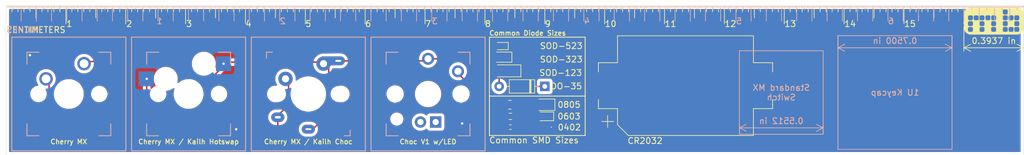
<source format=kicad_pcb>
(kicad_pcb (version 20171130) (host pcbnew "(5.1.10)-1")
  (layers (0 F.Cu signal) (31 B.Cu signal) (34 B.Paste user) (35 F.Paste user) (36 B.SilkS user) (37 F.SilkS user) (38 B.Mask user) (39 F.Mask user) (44 Edge.Cuts user))
  (net 0 "")
  (net 1 "Net-(D1-Pad2)")
  (net 2 "Net-(D1-Pad1)")
  (net 3 "Net-(BT1-Pad1)")
  (net 4 GND)
  (net 5 "Net-(D4-Pad2)")
  (net 6 "Net-(D5-Pad2)")
  (net 7 "Net-(D6-Pad2)")
  (module Battery:BatteryHolder_Keystone_1060_1x2032 (layer F.Cu) (at 126.5 26.35)
    (fp_text reference BT1)
    (fp_text value Battery_Cell)
    (pad 1 smd rect (at -14.65 0 180) (size 2.6 3.6) (layers F.Cu F.Paste F.Mask) (net 3 "Net-(BT1-Pad1)"))
    (pad 2 smd rect (at 14.65 0 180) (size 2.6 3.6) (layers F.Cu F.Paste F.Mask) (net 4 GND))
  )
  (module MX_Only:MXOnly-1U-Hotswap (layer F.Cu) (at 43.5 27.75)
    (fp_text reference SW2)
    (fp_text value SW_PUSH)
    (pad 2 smd rect (at 5.842 -5.08) (size 2.55 2.5) (layers B.Cu B.Paste B.Mask) (net 1 "Net-(D1-Pad2)"))
    (pad 1 smd rect (at -7.085 -2.54) (size 2.55 2.5) (layers B.Cu B.Paste B.Mask) (net 3 "Net-(BT1-Pad1)"))
    (pad "" np_thru_hole circle (at 5.08 0 48.0996) (size 1.75 1.75) (drill 1.75) (layers *.Cu *.Mask))
    (pad "" np_thru_hole circle (at -5.08 0 48.0996) (size 1.75 1.75) (drill 1.75) (layers *.Cu *.Mask))
    (pad "" np_thru_hole circle (at -3.81 -2.54) (size 3 3) (drill 3) (layers *.Cu *.Mask))
    (pad "" np_thru_hole circle (at 0 0) (size 3.9878 3.9878) (drill 3.9878) (layers *.Cu *.Mask))
    (pad "" np_thru_hole circle (at 2.54 -5.08) (size 3 3) (drill 3) (layers *.Cu *.Mask))
  )
  (module Resistor_SMD:R_0805_2012Metric (layer F.Cu) (at 97.15 29.55 180)
    (fp_text reference R3)
    (fp_text value R_Small)
    (pad 2 smd roundrect (at 0.9125 0 180) (size 1.025 1.4) (layers F.Cu F.Paste F.Mask) (roundrect_rratio 0.243902) (net 2 "Net-(D1-Pad1)"))
    (pad 1 smd roundrect (at -0.9125 0 180) (size 1.025 1.4) (layers F.Cu F.Paste F.Mask) (roundrect_rratio 0.243902) (net 7 "Net-(D6-Pad2)"))
  )
  (module Resistor_SMD:R_0603_1608Metric (layer F.Cu) (at 97.25 31.5 180)
    (fp_text reference R2)
    (fp_text value R_Small)
    (pad 2 smd roundrect (at 0.825 0 180) (size 0.8 0.95) (layers F.Cu F.Paste F.Mask) (net 2 "Net-(D1-Pad1)"))
    (pad 1 smd roundrect (at -0.825 0 180) (size 0.8 0.95) (layers F.Cu F.Paste F.Mask) (net 6 "Net-(D5-Pad2)"))
  )
  (module Resistor_SMD:R_0402_1005Metric (layer F.Cu) (at 97.25 33.3 180)
    (fp_text reference R1)
    (fp_text value R_Small)
    (pad 2 smd roundrect (at 0.51 0 180) (size 0.54 0.64) (layers F.Cu F.Paste F.Mask) (net 2 "Net-(D1-Pad1)"))
    (pad 1 smd roundrect (at -0.51 0 180) (size 0.54 0.64) (layers F.Cu F.Paste F.Mask) (net 5 "Net-(D4-Pad2)"))
  )
  (module Diode_SMD:D_SOD-523 (layer F.Cu) (at 95.75 19.725 180)
    (fp_text reference D9)
    (fp_text value DIODE)
    (pad 1 smd rect (at -0.7 0) (size 0.6 0.7) (layers F.Cu F.Paste F.Mask) (net 2 "Net-(D1-Pad1)"))
    (pad 2 smd rect (at 0.7 0) (size 0.6 0.7) (layers F.Cu F.Paste F.Mask) (net 1 "Net-(D1-Pad2)"))
  )
  (module LED_SMD:LED_0805_2012Metric (layer F.Cu) (at 103 29.55 180)
    (fp_text reference D6)
    (fp_text value LED)
    (pad 2 smd roundrect (at 0.9375 0 180) (size 0.975 1.4) (layers F.Cu F.Paste F.Mask) (net 7 "Net-(D6-Pad2)"))
    (pad 1 smd roundrect (at -0.9375 0 180) (size 0.975 1.4) (layers F.Cu F.Paste F.Mask) (net 4 GND))
  )
  (module LED_SMD:LED_0603_1608Metric (layer F.Cu) (at 103 31.5 180)
    (fp_text reference D5)
    (fp_text value LED)
    (pad 2 smd roundrect (at 0.7875 0 180) (size 0.875 0.95) (layers F.Cu F.Paste F.Mask) (net 6 "Net-(D5-Pad2)"))
    (pad 1 smd roundrect (at -0.7875 0 180) (size 0.875 0.95) (layers F.Cu F.Paste F.Mask) (net 4 GND))
  )
  (module LED_SMD:LED_0402_1005Metric (layer F.Cu) (at 103 33.3 180)
    (fp_text reference D4)
    (fp_text value LED)
    (pad 2 smd roundrect (at 0.485 0 180) (size 0.59 0.64) (layers F.Cu F.Paste F.Mask) (net 5 "Net-(D4-Pad2)"))
    (pad 1 smd roundrect (at -0.485 0 180) (size 0.59 0.64) (layers F.Cu F.Paste F.Mask) (net 4 GND))
  )
  (module Diode_THT:D_DO-35_SOD27_P7.62mm_Horizontal (layer F.Cu) (at 103 26.475 180)
    (fp_text reference D3)
    (fp_text value DIODE)
    (pad 2 thru_hole oval (at 7.62 0 180) (size 1.6 1.6) (drill 0.8) (layers *.Cu *.Mask) (net 1 "Net-(D1-Pad2)"))
    (pad 1 thru_hole rect (at 0 0 180) (size 1.6 1.6) (drill 0.8) (layers *.Cu *.Mask) (net 2 "Net-(D1-Pad1)"))
  )
  (module Diode_SMD:D_SOD-323 (layer F.Cu) (at 96 21.575 180)
    (fp_text reference D2)
    (fp_text value DIODE)
    (pad 2 smd rect (at 1.05 0 180) (size 0.6 0.45) (layers F.Cu F.Paste F.Mask) (net 1 "Net-(D1-Pad2)"))
    (pad 1 smd rect (at -1.05 0 180) (size 0.6 0.45) (layers F.Cu F.Paste F.Mask) (net 2 "Net-(D1-Pad1)"))
  )
  (module Diode_SMD:D_SOD-123 (layer F.Cu) (at 96.75 23.875 180)
    (fp_text reference D1)
    (fp_text value DIODE)
    (pad 2 smd rect (at 1.65 0 180) (size 0.9 1.2) (layers F.Cu F.Paste F.Mask) (net 1 "Net-(D1-Pad2)"))
    (pad 1 smd rect (at -1.65 0 180) (size 0.9 1.2) (layers F.Cu F.Paste F.Mask) (net 2 "Net-(D1-Pad1)"))
  )
  (module mechboardslogo:mechboardsLOGO_10mm (layer F.Cu) (at 178 15.5)
    (fp_text reference Ref** hide)
    (fp_text value Val** hide)
  )
  (module Kailh_Choc:KailhChoc-1U (layer F.Cu) (at 83.5 27.75)
    (fp_text reference SW4)
    (fp_text value SW_PUSH)
    (pad 4 thru_hole rect (at 1.27 4.7) (size 1.905 1.905) (drill 1.04) (layers *.Cu B.Mask))
    (pad 3 thru_hole circle (at -1.27 4.7) (size 1.905 1.905) (drill 1.04) (layers *.Cu B.Mask))
    (pad "" np_thru_hole circle (at -5.22 4.2) (size 1.2 1.2) (drill 1.2) (layers *.Cu *.Mask))
    (pad "" np_thru_hole circle (at 5.5 0 48.1) (size 1.9 1.9) (drill 1.9) (layers *.Cu *.Mask))
    (pad "" np_thru_hole circle (at -5.5 0 48.1) (size 1.9 1.9) (drill 1.9) (layers *.Cu *.Mask))
    (pad 1 thru_hole circle (at 5 -3.8) (size 2 2) (drill 1.2) (layers *.Cu B.Mask) (net 3 "Net-(BT1-Pad1)"))
    (pad "" np_thru_hole circle (at 0 0) (size 3.4 3.4) (drill 3.4) (layers *.Cu *.Mask))
    (pad 2 thru_hole circle (at 0 -5.9) (size 2 2) (drill 1.2) (layers *.Cu B.Mask) (net 1 "Net-(D1-Pad2)"))
  )
  (module kbd:CherryMX_ChocV2_1u (layer F.Cu) (at 63.5 27.75)
    (fp_text reference SW3 hide)
    (fp_text value SW_PUSH hide)
    (pad 2 thru_hole circle (at 2.54 -5.08) (size 2.4 2.4) (drill 1.2) (layers *.Cu B.Mask) (net 1 "Net-(D1-Pad2)"))
    (pad 2 thru_hole oval (at 5 -5.55 0.5) (size 4.4 1.5) (drill oval 1 0.3 (offset -1.1 0)) (layers *.Cu B.Mask) (net 1 "Net-(D1-Pad2)"))
    (pad 1 thru_hole oval (at -5.1 3.9) (size 2.2 1.6) (drill oval 1 0.4) (layers *.Cu B.Mask) (net 3 "Net-(BT1-Pad1)"))
    (pad "" np_thru_hole circle (at 0 0 90) (size 4.9 4.9) (drill 4.9) (layers *.Cu *.Mask))
    (pad "" np_thru_hole circle (at -5.5 0 90) (size 1.8 1.8) (drill 1.8) (layers *.Cu *.Mask))
    (pad "" np_thru_hole circle (at 5.5 0 90) (size 1.8 1.8) (drill 1.8) (layers *.Cu *.Mask))
    (pad 2 thru_hole oval (at 0 5.9) (size 2.2 1.5) (drill oval 1 0.3) (layers *.Cu B.Mask) (net 1 "Net-(D1-Pad2)"))
    (pad 1 thru_hole circle (at -3.81 -2.54) (size 2.4 2.4) (drill 1.2) (layers *.Cu B.Mask) (net 3 "Net-(BT1-Pad1)"))
    (pad "" np_thru_hole circle (at 5.08 0) (size 1.7 1.7) (drill 1.7) (layers *.Cu *.Mask))
    (pad "" np_thru_hole circle (at -5.08 0) (size 1.7 1.7) (drill 1.7) (layers *.Cu *.Mask))
  )
  (module MX_Only:MXOnly-1U-NoLED (layer F.Cu) (at 23.5 27.75)
    (fp_text reference SW1)
    (fp_text value SW_PUSH)
    (pad 2 thru_hole circle (at 2.54 -5.08) (size 2.25 2.25) (drill 1.47) (layers *.Cu B.Mask) (net 1 "Net-(D1-Pad2)"))
    (pad "" np_thru_hole circle (at 0 0) (size 3.9878 3.9878) (drill 3.9878) (layers *.Cu *.Mask))
    (pad 1 thru_hole circle (at -3.81 -2.54) (size 2.25 2.25) (drill 1.47) (layers *.Cu B.Mask) (net 3 "Net-(BT1-Pad1)"))
    (pad "" np_thru_hole circle (at -5.08 0 48.0996) (size 1.75 1.75) (drill 1.75) (layers *.Cu *.Mask))
    (pad "" np_thru_hole circle (at 5.08 0 48.0996) (size 1.75 1.75) (drill 1.75) (layers *.Cu *.Mask))
  )
  (gr_line (start 181.148 13) (end 181.148 13.254) (layer B.SilkS) (width 0.12))
  (gr_line (start 180.894 13) (end 180.894 13.254) (layer B.SilkS) (width 0.12))
  (gr_line (start 182.164 13) (end 182.164 13.254) (layer B.SilkS) (width 0.12))
  (gr_line (start 182.418 13) (end 182.418 13.254) (layer B.SilkS) (width 0.12))
  (gr_line (start 181.402 13) (end 181.402 13.254) (layer B.SilkS) (width 0.12))
  (gr_line (start 182.672 13) (end 182.672 13.254) (layer B.SilkS) (width 0.12))
  (gr_line (start 182.926 13) (end 182.926 13.254) (layer B.SilkS) (width 0.12))
  (gr_line (start 181.91 13) (end 181.91 13.635) (layer B.SilkS) (width 0.12))
  (gr_line (start 181.656 13) (end 181.656 13.254) (layer B.SilkS) (width 0.12))
  (gr_line (start 180.64 15.54) (end 180.64 13) (layer B.SilkS) (width 0.12))
  (gr_line (start 178.608 13) (end 178.608 13.254) (layer B.SilkS) (width 0.12))
  (gr_line (start 178.354 13) (end 178.354 13.254) (layer B.SilkS) (width 0.12))
  (gr_line (start 179.624 13) (end 179.624 13.254) (layer B.SilkS) (width 0.12))
  (gr_line (start 179.878 13) (end 179.878 13.254) (layer B.SilkS) (width 0.12))
  (gr_line (start 178.862 13) (end 178.862 13.254) (layer B.SilkS) (width 0.12))
  (gr_line (start 180.132 13) (end 180.132 13.254) (layer B.SilkS) (width 0.12))
  (gr_line (start 180.386 13) (end 180.386 13.254) (layer B.SilkS) (width 0.12))
  (gr_line (start 179.37 13) (end 179.37 13.635) (layer B.SilkS) (width 0.12))
  (gr_line (start 179.116 13) (end 179.116 13.254) (layer B.SilkS) (width 0.12))
  (gr_line (start 178.1 15.54) (end 178.1 13) (layer B.SilkS) (width 0.12))
  (gr_line (start 176.068 13) (end 176.068 13.254) (layer B.SilkS) (width 0.12))
  (gr_line (start 175.814 13) (end 175.814 13.254) (layer B.SilkS) (width 0.12))
  (gr_line (start 177.084 13) (end 177.084 13.254) (layer B.SilkS) (width 0.12))
  (gr_line (start 177.338 13) (end 177.338 13.254) (layer B.SilkS) (width 0.12))
  (gr_line (start 176.322 13) (end 176.322 13.254) (layer B.SilkS) (width 0.12))
  (gr_line (start 177.592 13) (end 177.592 13.254) (layer B.SilkS) (width 0.12))
  (gr_line (start 177.846 13) (end 177.846 13.254) (layer B.SilkS) (width 0.12))
  (gr_line (start 176.83 13) (end 176.83 13.635) (layer B.SilkS) (width 0.12))
  (gr_line (start 176.576 13) (end 176.576 13.254) (layer B.SilkS) (width 0.12))
  (gr_line (start 175.56 15.54) (end 175.56 13) (layer B.SilkS) (width 0.12))
  (gr_line (start 175.306 13) (end 175.306 13.254) (layer B.SilkS) (width 0.12))
  (gr_line (start 174.29 13) (end 174.29 13.635) (layer B.SilkS) (width 0.12))
  (gr_line (start 174.544 13) (end 174.544 13.254) (layer B.SilkS) (width 0.12))
  (gr_line (start 174.036 13) (end 174.036 13.254) (layer B.SilkS) (width 0.12))
  (gr_line (start 173.528 13) (end 173.528 13.254) (layer B.SilkS) (width 0.12))
  (gr_line (start 174.798 13) (end 174.798 13.254) (layer B.SilkS) (width 0.12))
  (gr_line (start 173.782 13) (end 173.782 13.254) (layer B.SilkS) (width 0.12))
  (gr_line (start 175.052 13) (end 175.052 13.254) (layer B.SilkS) (width 0.12))
  (gr_line (start 173.274 13) (end 173.274 13.254) (layer B.SilkS) (width 0.12))
  (gr_line (start 173.02 15.54) (end 173.02 13) (layer B.SilkS) (width 0.12))
  (gr_line (start 165.4 13) (end 165.4 15.54) (layer B.SilkS) (width 0.12))
  (gr_line (start 167.94 13) (end 167.94 15.54) (layer B.SilkS) (width 0.12))
  (gr_line (start 170.48 13) (end 170.48 15.54) (layer B.SilkS) (width 0.12))
  (gr_line (start 171.75 13.635) (end 171.75 13) (layer B.SilkS) (width 0.12))
  (gr_line (start 172.004 13.254) (end 172.004 13) (layer B.SilkS) (width 0.12))
  (gr_line (start 165.654 13.254) (end 165.654 13) (layer B.SilkS) (width 0.12))
  (gr_line (start 170.988 13) (end 170.988 13.254) (layer B.SilkS) (width 0.12))
  (gr_line (start 171.496 13.254) (end 171.496 13) (layer B.SilkS) (width 0.12))
  (gr_line (start 172.258 13.254) (end 172.258 13) (layer B.SilkS) (width 0.12))
  (gr_line (start 166.67 13.635) (end 166.67 13) (layer B.SilkS) (width 0.12))
  (gr_line (start 172.512 13.254) (end 172.512 13) (layer B.SilkS) (width 0.12))
  (gr_line (start 170.226 13.254) (end 170.226 13) (layer B.SilkS) (width 0.12))
  (gr_line (start 168.448 13.254) (end 168.448 13) (layer B.SilkS) (width 0.12))
  (gr_line (start 169.718 13.254) (end 169.718 13) (layer B.SilkS) (width 0.12))
  (gr_line (start 168.702 13.254) (end 168.702 13) (layer B.SilkS) (width 0.12))
  (gr_line (start 169.972 13.254) (end 169.972 13) (layer B.SilkS) (width 0.12))
  (gr_line (start 163.876 13.254) (end 163.876 13) (layer B.SilkS) (width 0.12))
  (gr_line (start 171.242 13.254) (end 171.242 13) (layer B.SilkS) (width 0.12))
  (gr_line (start 170.734 13.254) (end 170.734 13) (layer B.SilkS) (width 0.12))
  (gr_line (start 169.464 13.254) (end 169.464 13) (layer B.SilkS) (width 0.12))
  (gr_line (start 168.956 13.254) (end 168.956 13) (layer B.SilkS) (width 0.12))
  (gr_line (start 169.21 13.635) (end 169.21 13) (layer B.SilkS) (width 0.12))
  (gr_line (start 164.13 13.635) (end 164.13 13) (layer B.SilkS) (width 0.12))
  (gr_line (start 168.194 13.254) (end 168.194 13) (layer B.SilkS) (width 0.12))
  (gr_line (start 163.622 13.254) (end 163.622 13) (layer B.SilkS) (width 0.12))
  (gr_line (start 164.638 13.254) (end 164.638 13) (layer B.SilkS) (width 0.12))
  (gr_line (start 167.432 13.254) (end 167.432 13) (layer B.SilkS) (width 0.12))
  (gr_line (start 167.686 13.254) (end 167.686 13) (layer B.SilkS) (width 0.12))
  (gr_line (start 164.892 13.254) (end 164.892 13) (layer B.SilkS) (width 0.12))
  (gr_line (start 165.908 13.254) (end 165.908 13) (layer B.SilkS) (width 0.12))
  (gr_line (start 167.178 13.254) (end 167.178 13) (layer B.SilkS) (width 0.12))
  (gr_line (start 164.384 13.254) (end 164.384 13) (layer B.SilkS) (width 0.12))
  (gr_line (start 166.924 13.254) (end 166.924 13) (layer B.SilkS) (width 0.12))
  (gr_line (start 165.146 13.254) (end 165.146 13) (layer B.SilkS) (width 0.12))
  (gr_line (start 166.162 13) (end 166.162 13.254) (layer B.SilkS) (width 0.12))
  (gr_line (start 166.416 13.254) (end 166.416 13) (layer B.SilkS) (width 0.12))
  (gr_line (start 172.766 13.254) (end 172.766 13) (layer B.SilkS) (width 0.12))
  (gr_line (start 162.86 13) (end 162.86 15.54) (layer B.SilkS) (width 0.12))
  (gr_line (start 162.352 13.254) (end 162.352 13) (layer B.SilkS) (width 0.12))
  (gr_line (start 163.114 13.254) (end 163.114 13) (layer B.SilkS) (width 0.12))
  (gr_line (start 163.368 13.254) (end 163.368 13) (layer B.SilkS) (width 0.12))
  (gr_line (start 162.606 13.254) (end 162.606 13) (layer B.SilkS) (width 0.12))
  (gr_text 6 (at 160.828 15.54) (layer B.SilkS) (effects (font (size 1 1)) (justify mirror)))
  (gr_text 5 (at 135.428 15.54) (layer B.SilkS) (effects (font (size 1 1)) (justify mirror)))
  (gr_text 4 (at 110.028 15.54) (layer B.SilkS) (effects (font (size 1 1)) (justify mirror)))
  (gr_text 3 (at 84.628 15.54) (layer B.SilkS) (effects (font (size 1 1)) (justify mirror)))
  (gr_text 2 (at 59.228 15.54) (layer B.SilkS) (effects (font (size 1 1)) (justify mirror)))
  (gr_text INCHES (at 13 17.0132) (layer B.SilkS) (effects (font (size 1 1)) (justify right mirror)))
  (gr_text 1 (at 38.654 15.54) (layer B.SilkS) (effects (font (size 1 1)) (justify mirror)))
  (gr_line (start 142.286 13.254) (end 142.286 13) (layer B.SilkS) (width 0.12))
  (gr_line (start 145.842 13.254) (end 145.842 13) (layer B.SilkS) (width 0.12))
  (gr_line (start 141.016 13.254) (end 141.016 13) (layer B.SilkS) (width 0.12))
  (gr_line (start 145.588 13.254) (end 145.588 13) (layer B.SilkS) (width 0.12))
  (gr_line (start 151.938 13.254) (end 151.938 13) (layer B.SilkS) (width 0.12))
  (gr_line (start 147.874 13.254) (end 147.874 13) (layer B.SilkS) (width 0.12))
  (gr_line (start 141.524 13.254) (end 141.524 13) (layer B.SilkS) (width 0.12))
  (gr_line (start 149.398 13.254) (end 149.398 13) (layer B.SilkS) (width 0.12))
  (gr_line (start 146.35 13.635) (end 146.35 13) (layer B.SilkS) (width 0.12))
  (gr_line (start 144.318 13.254) (end 144.318 13) (layer B.SilkS) (width 0.12))
  (gr_line (start 143.048 13) (end 143.048 13.254) (layer B.SilkS) (width 0.12))
  (gr_line (start 141.778 13.254) (end 141.778 13) (layer B.SilkS) (width 0.12))
  (gr_line (start 145.334 13.254) (end 145.334 13) (layer B.SilkS) (width 0.12))
  (gr_line (start 146.096 13.254) (end 146.096 13) (layer B.SilkS) (width 0.12))
  (gr_line (start 147.112 13.254) (end 147.112 13) (layer B.SilkS) (width 0.12))
  (gr_line (start 142.794 13.254) (end 142.794 13) (layer B.SilkS) (width 0.12))
  (gr_line (start 140.508 13.254) (end 140.508 13) (layer B.SilkS) (width 0.12))
  (gr_line (start 144.826 13.254) (end 144.826 13) (layer B.SilkS) (width 0.12))
  (gr_line (start 147.366 13.254) (end 147.366 13) (layer B.SilkS) (width 0.12))
  (gr_line (start 141.27 13.635) (end 141.27 13) (layer B.SilkS) (width 0.12))
  (gr_line (start 146.858 13.254) (end 146.858 13) (layer B.SilkS) (width 0.12))
  (gr_line (start 144.064 13.254) (end 144.064 13) (layer B.SilkS) (width 0.12))
  (gr_line (start 140.762 13.254) (end 140.762 13) (layer B.SilkS) (width 0.12))
  (gr_line (start 144.572 13.254) (end 144.572 13) (layer B.SilkS) (width 0.12))
  (gr_line (start 146.604 13.254) (end 146.604 13) (layer B.SilkS) (width 0.12))
  (gr_line (start 143.556 13.254) (end 143.556 13) (layer B.SilkS) (width 0.12))
  (gr_line (start 143.302 13.254) (end 143.302 13) (layer B.SilkS) (width 0.12))
  (gr_line (start 142.032 13.254) (end 142.032 13) (layer B.SilkS) (width 0.12))
  (gr_line (start 153.716 13.254) (end 153.716 13) (layer B.SilkS) (width 0.12))
  (gr_line (start 153.462 13.254) (end 153.462 13) (layer B.SilkS) (width 0.12))
  (gr_line (start 153.97 13.635) (end 153.97 13) (layer B.SilkS) (width 0.12))
  (gr_line (start 156.256 13.254) (end 156.256 13) (layer B.SilkS) (width 0.12))
  (gr_line (start 159.05 13.635) (end 159.05 13) (layer B.SilkS) (width 0.12))
  (gr_line (start 156.764 13.254) (end 156.764 13) (layer B.SilkS) (width 0.12))
  (gr_line (start 154.732 13.254) (end 154.732 13) (layer B.SilkS) (width 0.12))
  (gr_line (start 159.304 13.254) (end 159.304 13) (layer B.SilkS) (width 0.12))
  (gr_line (start 158.288 13.254) (end 158.288 13) (layer B.SilkS) (width 0.12))
  (gr_line (start 157.018 13.254) (end 157.018 13) (layer B.SilkS) (width 0.12))
  (gr_line (start 151.176 13.254) (end 151.176 13) (layer B.SilkS) (width 0.12))
  (gr_line (start 148.89 13.635) (end 148.89 13) (layer B.SilkS) (width 0.12))
  (gr_line (start 154.478 13.254) (end 154.478 13) (layer B.SilkS) (width 0.12))
  (gr_line (start 149.906 13.254) (end 149.906 13) (layer B.SilkS) (width 0.12))
  (gr_line (start 150.922 13) (end 150.922 13.254) (layer B.SilkS) (width 0.12))
  (gr_line (start 158.034 13.254) (end 158.034 13) (layer B.SilkS) (width 0.12))
  (gr_line (start 155.748 13) (end 155.748 13.254) (layer B.SilkS) (width 0.12))
  (gr_line (start 162.098 13.254) (end 162.098 13) (layer B.SilkS) (width 0.12))
  (gr_line (start 157.272 13.254) (end 157.272 13) (layer B.SilkS) (width 0.12))
  (gr_line (start 159.812 13.254) (end 159.812 13) (layer B.SilkS) (width 0.12))
  (gr_line (start 159.558 13.254) (end 159.558 13) (layer B.SilkS) (width 0.12))
  (gr_line (start 152.446 13.254) (end 152.446 13) (layer B.SilkS) (width 0.12))
  (gr_line (start 152.954 13.254) (end 152.954 13) (layer B.SilkS) (width 0.12))
  (gr_line (start 149.144 13.254) (end 149.144 13) (layer B.SilkS) (width 0.12))
  (gr_line (start 148.636 13.254) (end 148.636 13) (layer B.SilkS) (width 0.12))
  (gr_line (start 151.43 13.635) (end 151.43 13) (layer B.SilkS) (width 0.12))
  (gr_line (start 160.066 13.254) (end 160.066 13) (layer B.SilkS) (width 0.12))
  (gr_line (start 154.224 13.254) (end 154.224 13) (layer B.SilkS) (width 0.12))
  (gr_line (start 158.542 13.254) (end 158.542 13) (layer B.SilkS) (width 0.12))
  (gr_line (start 156.51 13.635) (end 156.51 13) (layer B.SilkS) (width 0.12))
  (gr_line (start 158.796 13.254) (end 158.796 13) (layer B.SilkS) (width 0.12))
  (gr_line (start 149.652 13.254) (end 149.652 13) (layer B.SilkS) (width 0.12))
  (gr_line (start 150.668 13.254) (end 150.668 13) (layer B.SilkS) (width 0.12))
  (gr_line (start 153.208 13.254) (end 153.208 13) (layer B.SilkS) (width 0.12))
  (gr_line (start 156.002 13.254) (end 156.002 13) (layer B.SilkS) (width 0.12))
  (gr_line (start 151.684 13.254) (end 151.684 13) (layer B.SilkS) (width 0.12))
  (gr_line (start 148.128 13.254) (end 148.128 13) (layer B.SilkS) (width 0.12))
  (gr_line (start 152.192 13.254) (end 152.192 13) (layer B.SilkS) (width 0.12))
  (gr_line (start 148.382 13.254) (end 148.382 13) (layer B.SilkS) (width 0.12))
  (gr_line (start 150.414 13.254) (end 150.414 13) (layer B.SilkS) (width 0.12))
  (gr_line (start 157.526 13.254) (end 157.526 13) (layer B.SilkS) (width 0.12))
  (gr_line (start 154.986 13.254) (end 154.986 13) (layer B.SilkS) (width 0.12))
  (gr_line (start 155.494 13.254) (end 155.494 13) (layer B.SilkS) (width 0.12))
  (gr_line (start 143.81 13.635) (end 143.81 13) (layer B.SilkS) (width 0.12))
  (gr_line (start 139.746 13.254) (end 139.746 13) (layer B.SilkS) (width 0.12))
  (gr_line (start 135.682 13.254) (end 135.682 13) (layer B.SilkS) (width 0.12))
  (gr_line (start 135.936 13.254) (end 135.936 13) (layer B.SilkS) (width 0.12))
  (gr_line (start 138.222 13) (end 138.222 13.254) (layer B.SilkS) (width 0.12))
  (gr_line (start 136.952 13.254) (end 136.952 13) (layer B.SilkS) (width 0.12))
  (gr_line (start 135.174 13.254) (end 135.174 13) (layer B.SilkS) (width 0.12))
  (gr_line (start 139.492 13.254) (end 139.492 13) (layer B.SilkS) (width 0.12))
  (gr_line (start 135.428 13.254) (end 135.428 13) (layer B.SilkS) (width 0.12))
  (gr_line (start 160.828 13.254) (end 160.828 13) (layer B.SilkS) (width 0.12))
  (gr_line (start 137.206 13.254) (end 137.206 13) (layer B.SilkS) (width 0.12))
  (gr_line (start 138.984 13.254) (end 138.984 13) (layer B.SilkS) (width 0.12))
  (gr_line (start 137.714 13.254) (end 137.714 13) (layer B.SilkS) (width 0.12))
  (gr_line (start 138.73 13.635) (end 138.73 13) (layer B.SilkS) (width 0.12))
  (gr_line (start 136.698 13.254) (end 136.698 13) (layer B.SilkS) (width 0.12))
  (gr_line (start 161.59 13.635) (end 161.59 13) (layer B.SilkS) (width 0.12))
  (gr_line (start 138.476 13.254) (end 138.476 13) (layer B.SilkS) (width 0.12))
  (gr_line (start 161.336 13.254) (end 161.336 13) (layer B.SilkS) (width 0.12))
  (gr_line (start 161.082 13.254) (end 161.082 13) (layer B.SilkS) (width 0.12))
  (gr_line (start 139.238 13.254) (end 139.238 13) (layer B.SilkS) (width 0.12))
  (gr_line (start 140.254 13.254) (end 140.254 13) (layer B.SilkS) (width 0.12))
  (gr_line (start 136.19 13.635) (end 136.19 13) (layer B.SilkS) (width 0.12))
  (gr_line (start 161.844 13.254) (end 161.844 13) (layer B.SilkS) (width 0.12))
  (gr_line (start 137.968 13.254) (end 137.968 13) (layer B.SilkS) (width 0.12))
  (gr_line (start 160.574 13.254) (end 160.574 13) (layer B.SilkS) (width 0.12))
  (gr_line (start 136.444 13.254) (end 136.444 13) (layer B.SilkS) (width 0.12))
  (gr_line (start 101.646 13.254) (end 101.646 13) (layer B.SilkS) (width 0.12))
  (gr_line (start 105.202 13.254) (end 105.202 13) (layer B.SilkS) (width 0.12))
  (gr_line (start 100.376 13.254) (end 100.376 13) (layer B.SilkS) (width 0.12))
  (gr_line (start 104.948 13.254) (end 104.948 13) (layer B.SilkS) (width 0.12))
  (gr_line (start 111.298 13.254) (end 111.298 13) (layer B.SilkS) (width 0.12))
  (gr_line (start 107.234 13.254) (end 107.234 13) (layer B.SilkS) (width 0.12))
  (gr_line (start 100.884 13.254) (end 100.884 13) (layer B.SilkS) (width 0.12))
  (gr_line (start 108.758 13.254) (end 108.758 13) (layer B.SilkS) (width 0.12))
  (gr_line (start 105.71 13.635) (end 105.71 13) (layer B.SilkS) (width 0.12))
  (gr_line (start 103.678 13.254) (end 103.678 13) (layer B.SilkS) (width 0.12))
  (gr_line (start 102.408 13) (end 102.408 13.254) (layer B.SilkS) (width 0.12))
  (gr_line (start 101.138 13.254) (end 101.138 13) (layer B.SilkS) (width 0.12))
  (gr_line (start 104.694 13.254) (end 104.694 13) (layer B.SilkS) (width 0.12))
  (gr_line (start 105.456 13.254) (end 105.456 13) (layer B.SilkS) (width 0.12))
  (gr_line (start 106.472 13.254) (end 106.472 13) (layer B.SilkS) (width 0.12))
  (gr_line (start 102.154 13.254) (end 102.154 13) (layer B.SilkS) (width 0.12))
  (gr_line (start 99.868 13.254) (end 99.868 13) (layer B.SilkS) (width 0.12))
  (gr_line (start 104.186 13.254) (end 104.186 13) (layer B.SilkS) (width 0.12))
  (gr_line (start 106.726 13.254) (end 106.726 13) (layer B.SilkS) (width 0.12))
  (gr_line (start 100.63 13.635) (end 100.63 13) (layer B.SilkS) (width 0.12))
  (gr_line (start 106.218 13.254) (end 106.218 13) (layer B.SilkS) (width 0.12))
  (gr_line (start 103.424 13.254) (end 103.424 13) (layer B.SilkS) (width 0.12))
  (gr_line (start 100.122 13.254) (end 100.122 13) (layer B.SilkS) (width 0.12))
  (gr_line (start 103.932 13.254) (end 103.932 13) (layer B.SilkS) (width 0.12))
  (gr_line (start 105.964 13.254) (end 105.964 13) (layer B.SilkS) (width 0.12))
  (gr_line (start 102.916 13.254) (end 102.916 13) (layer B.SilkS) (width 0.12))
  (gr_line (start 102.662 13.254) (end 102.662 13) (layer B.SilkS) (width 0.12))
  (gr_line (start 101.392 13.254) (end 101.392 13) (layer B.SilkS) (width 0.12))
  (gr_line (start 113.076 13.254) (end 113.076 13) (layer B.SilkS) (width 0.12))
  (gr_line (start 112.822 13.254) (end 112.822 13) (layer B.SilkS) (width 0.12))
  (gr_line (start 113.33 13.635) (end 113.33 13) (layer B.SilkS) (width 0.12))
  (gr_line (start 122.474 13.254) (end 122.474 13) (layer B.SilkS) (width 0.12))
  (gr_line (start 123.998 13.254) (end 123.998 13) (layer B.SilkS) (width 0.12))
  (gr_line (start 115.616 13.254) (end 115.616 13) (layer B.SilkS) (width 0.12))
  (gr_line (start 118.41 13.635) (end 118.41 13) (layer B.SilkS) (width 0.12))
  (gr_line (start 126.538 13.254) (end 126.538 13) (layer B.SilkS) (width 0.12))
  (gr_line (start 127.046 13.254) (end 127.046 13) (layer B.SilkS) (width 0.12))
  (gr_line (start 127.554 13.254) (end 127.554 13) (layer B.SilkS) (width 0.12))
  (gr_line (start 116.124 13.254) (end 116.124 13) (layer B.SilkS) (width 0.12))
  (gr_line (start 114.092 13.254) (end 114.092 13) (layer B.SilkS) (width 0.12))
  (gr_line (start 118.664 13.254) (end 118.664 13) (layer B.SilkS) (width 0.12))
  (gr_line (start 123.744 13.254) (end 123.744 13) (layer B.SilkS) (width 0.12))
  (gr_line (start 124.252 13.254) (end 124.252 13) (layer B.SilkS) (width 0.12))
  (gr_line (start 117.648 13.254) (end 117.648 13) (layer B.SilkS) (width 0.12))
  (gr_line (start 116.378 13.254) (end 116.378 13) (layer B.SilkS) (width 0.12))
  (gr_line (start 110.536 13.254) (end 110.536 13) (layer B.SilkS) (width 0.12))
  (gr_line (start 108.25 13.635) (end 108.25 13) (layer B.SilkS) (width 0.12))
  (gr_line (start 113.838 13.254) (end 113.838 13) (layer B.SilkS) (width 0.12))
  (gr_line (start 109.266 13.254) (end 109.266 13) (layer B.SilkS) (width 0.12))
  (gr_line (start 110.282 13) (end 110.282 13.254) (layer B.SilkS) (width 0.12))
  (gr_line (start 117.394 13.254) (end 117.394 13) (layer B.SilkS) (width 0.12))
  (gr_line (start 115.108 13) (end 115.108 13.254) (layer B.SilkS) (width 0.12))
  (gr_line (start 121.458 13.254) (end 121.458 13) (layer B.SilkS) (width 0.12))
  (gr_line (start 121.712 13.254) (end 121.712 13) (layer B.SilkS) (width 0.12))
  (gr_line (start 124.506 13.254) (end 124.506 13) (layer B.SilkS) (width 0.12))
  (gr_line (start 121.966 13.254) (end 121.966 13) (layer B.SilkS) (width 0.12))
  (gr_line (start 116.632 13.254) (end 116.632 13) (layer B.SilkS) (width 0.12))
  (gr_line (start 119.172 13.254) (end 119.172 13) (layer B.SilkS) (width 0.12))
  (gr_line (start 125.776 13.254) (end 125.776 13) (layer B.SilkS) (width 0.12))
  (gr_line (start 118.918 13.254) (end 118.918 13) (layer B.SilkS) (width 0.12))
  (gr_line (start 122.728 13.254) (end 122.728 13) (layer B.SilkS) (width 0.12))
  (gr_line (start 125.268 13.254) (end 125.268 13) (layer B.SilkS) (width 0.12))
  (gr_line (start 126.284 13.254) (end 126.284 13) (layer B.SilkS) (width 0.12))
  (gr_line (start 126.792 13.254) (end 126.792 13) (layer B.SilkS) (width 0.12))
  (gr_line (start 125.522 13) (end 125.522 13.254) (layer B.SilkS) (width 0.12))
  (gr_line (start 111.806 13.254) (end 111.806 13) (layer B.SilkS) (width 0.12))
  (gr_line (start 122.982 13.254) (end 122.982 13) (layer B.SilkS) (width 0.12))
  (gr_line (start 112.314 13.254) (end 112.314 13) (layer B.SilkS) (width 0.12))
  (gr_line (start 108.504 13.254) (end 108.504 13) (layer B.SilkS) (width 0.12))
  (gr_line (start 107.996 13.254) (end 107.996 13) (layer B.SilkS) (width 0.12))
  (gr_line (start 110.79 13.635) (end 110.79 13) (layer B.SilkS) (width 0.12))
  (gr_line (start 119.426 13.254) (end 119.426 13) (layer B.SilkS) (width 0.12))
  (gr_line (start 113.584 13.254) (end 113.584 13) (layer B.SilkS) (width 0.12))
  (gr_line (start 117.902 13.254) (end 117.902 13) (layer B.SilkS) (width 0.12))
  (gr_line (start 115.87 13.635) (end 115.87 13) (layer B.SilkS) (width 0.12))
  (gr_line (start 123.49 13.635) (end 123.49 13) (layer B.SilkS) (width 0.12))
  (gr_line (start 118.156 13.254) (end 118.156 13) (layer B.SilkS) (width 0.12))
  (gr_line (start 109.012 13.254) (end 109.012 13) (layer B.SilkS) (width 0.12))
  (gr_line (start 110.028 13.254) (end 110.028 13) (layer B.SilkS) (width 0.12))
  (gr_line (start 123.236 13.254) (end 123.236 13) (layer B.SilkS) (width 0.12))
  (gr_line (start 112.568 13.254) (end 112.568 13) (layer B.SilkS) (width 0.12))
  (gr_line (start 125.014 13.254) (end 125.014 13) (layer B.SilkS) (width 0.12))
  (gr_line (start 115.362 13.254) (end 115.362 13) (layer B.SilkS) (width 0.12))
  (gr_line (start 126.03 13.635) (end 126.03 13) (layer B.SilkS) (width 0.12))
  (gr_line (start 111.044 13.254) (end 111.044 13) (layer B.SilkS) (width 0.12))
  (gr_line (start 107.488 13.254) (end 107.488 13) (layer B.SilkS) (width 0.12))
  (gr_line (start 111.552 13.254) (end 111.552 13) (layer B.SilkS) (width 0.12))
  (gr_line (start 107.742 13.254) (end 107.742 13) (layer B.SilkS) (width 0.12))
  (gr_line (start 109.774 13.254) (end 109.774 13) (layer B.SilkS) (width 0.12))
  (gr_line (start 116.886 13.254) (end 116.886 13) (layer B.SilkS) (width 0.12))
  (gr_line (start 114.346 13.254) (end 114.346 13) (layer B.SilkS) (width 0.12))
  (gr_line (start 114.854 13.254) (end 114.854 13) (layer B.SilkS) (width 0.12))
  (gr_line (start 103.17 13.635) (end 103.17 13) (layer B.SilkS) (width 0.12))
  (gr_line (start 99.106 13.254) (end 99.106 13) (layer B.SilkS) (width 0.12))
  (gr_line (start 95.042 13.254) (end 95.042 13) (layer B.SilkS) (width 0.12))
  (gr_line (start 95.296 13.254) (end 95.296 13) (layer B.SilkS) (width 0.12))
  (gr_line (start 97.582 13) (end 97.582 13.254) (layer B.SilkS) (width 0.12))
  (gr_line (start 96.312 13.254) (end 96.312 13) (layer B.SilkS) (width 0.12))
  (gr_line (start 94.534 13.254) (end 94.534 13) (layer B.SilkS) (width 0.12))
  (gr_line (start 98.852 13.254) (end 98.852 13) (layer B.SilkS) (width 0.12))
  (gr_line (start 94.788 13.254) (end 94.788 13) (layer B.SilkS) (width 0.12))
  (gr_line (start 120.188 13.254) (end 120.188 13) (layer B.SilkS) (width 0.12))
  (gr_line (start 96.566 13.254) (end 96.566 13) (layer B.SilkS) (width 0.12))
  (gr_line (start 98.344 13.254) (end 98.344 13) (layer B.SilkS) (width 0.12))
  (gr_line (start 97.074 13.254) (end 97.074 13) (layer B.SilkS) (width 0.12))
  (gr_line (start 98.09 13.635) (end 98.09 13) (layer B.SilkS) (width 0.12))
  (gr_line (start 96.058 13.254) (end 96.058 13) (layer B.SilkS) (width 0.12))
  (gr_line (start 120.95 13.635) (end 120.95 13) (layer B.SilkS) (width 0.12))
  (gr_line (start 97.836 13.254) (end 97.836 13) (layer B.SilkS) (width 0.12))
  (gr_line (start 120.696 13.254) (end 120.696 13) (layer B.SilkS) (width 0.12))
  (gr_line (start 120.442 13.254) (end 120.442 13) (layer B.SilkS) (width 0.12))
  (gr_line (start 98.598 13.254) (end 98.598 13) (layer B.SilkS) (width 0.12))
  (gr_line (start 99.614 13.254) (end 99.614 13) (layer B.SilkS) (width 0.12))
  (gr_line (start 95.55 13.635) (end 95.55 13) (layer B.SilkS) (width 0.12))
  (gr_line (start 121.204 13.254) (end 121.204 13) (layer B.SilkS) (width 0.12))
  (gr_line (start 97.328 13.254) (end 97.328 13) (layer B.SilkS) (width 0.12))
  (gr_line (start 119.934 13.254) (end 119.934 13) (layer B.SilkS) (width 0.12))
  (gr_line (start 95.804 13.254) (end 95.804 13) (layer B.SilkS) (width 0.12))
  (gr_line (start 131.11 13.635) (end 131.11 13) (layer B.SilkS) (width 0.12))
  (gr_line (start 130.094 13.254) (end 130.094 13) (layer B.SilkS) (width 0.12))
  (gr_line (start 127.808 13.254) (end 127.808 13) (layer B.SilkS) (width 0.12))
  (gr_line (start 128.062 13.254) (end 128.062 13) (layer B.SilkS) (width 0.12))
  (gr_line (start 128.316 13.254) (end 128.316 13) (layer B.SilkS) (width 0.12))
  (gr_line (start 130.348 13) (end 130.348 13.254) (layer B.SilkS) (width 0.12))
  (gr_line (start 128.57 13.635) (end 128.57 13) (layer B.SilkS) (width 0.12))
  (gr_line (start 131.364 13.254) (end 131.364 13) (layer B.SilkS) (width 0.12))
  (gr_line (start 130.856 13.254) (end 130.856 13) (layer B.SilkS) (width 0.12))
  (gr_line (start 128.824 13.254) (end 128.824 13) (layer B.SilkS) (width 0.12))
  (gr_line (start 129.078 13.254) (end 129.078 13) (layer B.SilkS) (width 0.12))
  (gr_line (start 129.332 13.254) (end 129.332 13) (layer B.SilkS) (width 0.12))
  (gr_line (start 129.586 13.254) (end 129.586 13) (layer B.SilkS) (width 0.12))
  (gr_line (start 130.602 13.254) (end 130.602 13) (layer B.SilkS) (width 0.12))
  (gr_line (start 131.618 13.254) (end 131.618 13) (layer B.SilkS) (width 0.12))
  (gr_line (start 131.872 13.254) (end 131.872 13) (layer B.SilkS) (width 0.12))
  (gr_line (start 134.666 13.254) (end 134.666 13) (layer B.SilkS) (width 0.12))
  (gr_line (start 132.634 13.254) (end 132.634 13) (layer B.SilkS) (width 0.12))
  (gr_line (start 132.888 13.254) (end 132.888 13) (layer B.SilkS) (width 0.12))
  (gr_line (start 133.904 13.254) (end 133.904 13) (layer B.SilkS) (width 0.12))
  (gr_line (start 133.142 13.254) (end 133.142 13) (layer B.SilkS) (width 0.12))
  (gr_line (start 134.412 13.254) (end 134.412 13) (layer B.SilkS) (width 0.12))
  (gr_line (start 133.396 13.254) (end 133.396 13) (layer B.SilkS) (width 0.12))
  (gr_line (start 133.65 13.635) (end 133.65 13) (layer B.SilkS) (width 0.12))
  (gr_line (start 134.158 13.254) (end 134.158 13) (layer B.SilkS) (width 0.12))
  (gr_line (start 132.126 13.254) (end 132.126 13) (layer B.SilkS) (width 0.12))
  (gr_line (start 61.006 13.254) (end 61.006 13) (layer B.SilkS) (width 0.12))
  (gr_line (start 64.562 13.254) (end 64.562 13) (layer B.SilkS) (width 0.12))
  (gr_line (start 59.736 13.254) (end 59.736 13) (layer B.SilkS) (width 0.12))
  (gr_line (start 64.308 13.254) (end 64.308 13) (layer B.SilkS) (width 0.12))
  (gr_line (start 70.658 13.254) (end 70.658 13) (layer B.SilkS) (width 0.12))
  (gr_line (start 66.594 13.254) (end 66.594 13) (layer B.SilkS) (width 0.12))
  (gr_line (start 60.244 13.254) (end 60.244 13) (layer B.SilkS) (width 0.12))
  (gr_line (start 68.118 13.254) (end 68.118 13) (layer B.SilkS) (width 0.12))
  (gr_line (start 65.07 13.635) (end 65.07 13) (layer B.SilkS) (width 0.12))
  (gr_line (start 63.038 13.254) (end 63.038 13) (layer B.SilkS) (width 0.12))
  (gr_line (start 61.768 13) (end 61.768 13.254) (layer B.SilkS) (width 0.12))
  (gr_line (start 60.498 13.254) (end 60.498 13) (layer B.SilkS) (width 0.12))
  (gr_line (start 64.054 13.254) (end 64.054 13) (layer B.SilkS) (width 0.12))
  (gr_line (start 64.816 13.254) (end 64.816 13) (layer B.SilkS) (width 0.12))
  (gr_line (start 65.832 13.254) (end 65.832 13) (layer B.SilkS) (width 0.12))
  (gr_line (start 61.514 13.254) (end 61.514 13) (layer B.SilkS) (width 0.12))
  (gr_line (start 59.228 13.254) (end 59.228 13) (layer B.SilkS) (width 0.12))
  (gr_line (start 63.546 13.254) (end 63.546 13) (layer B.SilkS) (width 0.12))
  (gr_line (start 66.086 13.254) (end 66.086 13) (layer B.SilkS) (width 0.12))
  (gr_line (start 59.99 13.635) (end 59.99 13) (layer B.SilkS) (width 0.12))
  (gr_line (start 65.578 13.254) (end 65.578 13) (layer B.SilkS) (width 0.12))
  (gr_line (start 62.784 13.254) (end 62.784 13) (layer B.SilkS) (width 0.12))
  (gr_line (start 59.482 13.254) (end 59.482 13) (layer B.SilkS) (width 0.12))
  (gr_line (start 63.292 13.254) (end 63.292 13) (layer B.SilkS) (width 0.12))
  (gr_line (start 65.324 13.254) (end 65.324 13) (layer B.SilkS) (width 0.12))
  (gr_line (start 62.276 13.254) (end 62.276 13) (layer B.SilkS) (width 0.12))
  (gr_line (start 62.022 13.254) (end 62.022 13) (layer B.SilkS) (width 0.12))
  (gr_line (start 60.752 13.254) (end 60.752 13) (layer B.SilkS) (width 0.12))
  (gr_line (start 72.436 13.254) (end 72.436 13) (layer B.SilkS) (width 0.12))
  (gr_line (start 72.182 13.254) (end 72.182 13) (layer B.SilkS) (width 0.12))
  (gr_line (start 72.69 13.635) (end 72.69 13) (layer B.SilkS) (width 0.12))
  (gr_line (start 81.834 13.254) (end 81.834 13) (layer B.SilkS) (width 0.12))
  (gr_line (start 83.358 13.254) (end 83.358 13) (layer B.SilkS) (width 0.12))
  (gr_line (start 74.976 13.254) (end 74.976 13) (layer B.SilkS) (width 0.12))
  (gr_line (start 77.77 13.635) (end 77.77 13) (layer B.SilkS) (width 0.12))
  (gr_line (start 85.898 13.254) (end 85.898 13) (layer B.SilkS) (width 0.12))
  (gr_line (start 86.406 13.254) (end 86.406 13) (layer B.SilkS) (width 0.12))
  (gr_line (start 86.914 13.254) (end 86.914 13) (layer B.SilkS) (width 0.12))
  (gr_line (start 75.484 13.254) (end 75.484 13) (layer B.SilkS) (width 0.12))
  (gr_line (start 73.452 13.254) (end 73.452 13) (layer B.SilkS) (width 0.12))
  (gr_line (start 78.024 13.254) (end 78.024 13) (layer B.SilkS) (width 0.12))
  (gr_line (start 83.104 13.254) (end 83.104 13) (layer B.SilkS) (width 0.12))
  (gr_line (start 83.612 13.254) (end 83.612 13) (layer B.SilkS) (width 0.12))
  (gr_line (start 77.008 13.254) (end 77.008 13) (layer B.SilkS) (width 0.12))
  (gr_line (start 75.738 13.254) (end 75.738 13) (layer B.SilkS) (width 0.12))
  (gr_line (start 69.896 13.254) (end 69.896 13) (layer B.SilkS) (width 0.12))
  (gr_line (start 67.61 13.635) (end 67.61 13) (layer B.SilkS) (width 0.12))
  (gr_line (start 73.198 13.254) (end 73.198 13) (layer B.SilkS) (width 0.12))
  (gr_line (start 68.626 13.254) (end 68.626 13) (layer B.SilkS) (width 0.12))
  (gr_line (start 69.642 13) (end 69.642 13.254) (layer B.SilkS) (width 0.12))
  (gr_line (start 76.754 13.254) (end 76.754 13) (layer B.SilkS) (width 0.12))
  (gr_line (start 74.468 13) (end 74.468 13.254) (layer B.SilkS) (width 0.12))
  (gr_line (start 80.818 13.254) (end 80.818 13) (layer B.SilkS) (width 0.12))
  (gr_line (start 81.072 13.254) (end 81.072 13) (layer B.SilkS) (width 0.12))
  (gr_line (start 83.866 13.254) (end 83.866 13) (layer B.SilkS) (width 0.12))
  (gr_line (start 81.326 13.254) (end 81.326 13) (layer B.SilkS) (width 0.12))
  (gr_line (start 75.992 13.254) (end 75.992 13) (layer B.SilkS) (width 0.12))
  (gr_line (start 78.532 13.254) (end 78.532 13) (layer B.SilkS) (width 0.12))
  (gr_line (start 85.136 13.254) (end 85.136 13) (layer B.SilkS) (width 0.12))
  (gr_line (start 78.278 13.254) (end 78.278 13) (layer B.SilkS) (width 0.12))
  (gr_line (start 82.088 13.254) (end 82.088 13) (layer B.SilkS) (width 0.12))
  (gr_line (start 84.628 13.254) (end 84.628 13) (layer B.SilkS) (width 0.12))
  (gr_line (start 85.644 13.254) (end 85.644 13) (layer B.SilkS) (width 0.12))
  (gr_line (start 86.152 13.254) (end 86.152 13) (layer B.SilkS) (width 0.12))
  (gr_line (start 84.882 13) (end 84.882 13.254) (layer B.SilkS) (width 0.12))
  (gr_line (start 71.166 13.254) (end 71.166 13) (layer B.SilkS) (width 0.12))
  (gr_line (start 82.342 13.254) (end 82.342 13) (layer B.SilkS) (width 0.12))
  (gr_line (start 71.674 13.254) (end 71.674 13) (layer B.SilkS) (width 0.12))
  (gr_line (start 67.864 13.254) (end 67.864 13) (layer B.SilkS) (width 0.12))
  (gr_line (start 67.356 13.254) (end 67.356 13) (layer B.SilkS) (width 0.12))
  (gr_line (start 70.15 13.635) (end 70.15 13) (layer B.SilkS) (width 0.12))
  (gr_line (start 78.786 13.254) (end 78.786 13) (layer B.SilkS) (width 0.12))
  (gr_line (start 72.944 13.254) (end 72.944 13) (layer B.SilkS) (width 0.12))
  (gr_line (start 77.262 13.254) (end 77.262 13) (layer B.SilkS) (width 0.12))
  (gr_line (start 75.23 13.635) (end 75.23 13) (layer B.SilkS) (width 0.12))
  (gr_line (start 82.85 13.635) (end 82.85 13) (layer B.SilkS) (width 0.12))
  (gr_line (start 77.516 13.254) (end 77.516 13) (layer B.SilkS) (width 0.12))
  (gr_line (start 68.372 13.254) (end 68.372 13) (layer B.SilkS) (width 0.12))
  (gr_line (start 69.388 13.254) (end 69.388 13) (layer B.SilkS) (width 0.12))
  (gr_line (start 82.596 13.254) (end 82.596 13) (layer B.SilkS) (width 0.12))
  (gr_line (start 71.928 13.254) (end 71.928 13) (layer B.SilkS) (width 0.12))
  (gr_line (start 84.374 13.254) (end 84.374 13) (layer B.SilkS) (width 0.12))
  (gr_line (start 74.722 13.254) (end 74.722 13) (layer B.SilkS) (width 0.12))
  (gr_line (start 85.39 13.635) (end 85.39 13) (layer B.SilkS) (width 0.12))
  (gr_line (start 70.404 13.254) (end 70.404 13) (layer B.SilkS) (width 0.12))
  (gr_line (start 66.848 13.254) (end 66.848 13) (layer B.SilkS) (width 0.12))
  (gr_line (start 70.912 13.254) (end 70.912 13) (layer B.SilkS) (width 0.12))
  (gr_line (start 67.102 13.254) (end 67.102 13) (layer B.SilkS) (width 0.12))
  (gr_line (start 69.134 13.254) (end 69.134 13) (layer B.SilkS) (width 0.12))
  (gr_line (start 76.246 13.254) (end 76.246 13) (layer B.SilkS) (width 0.12))
  (gr_line (start 73.706 13.254) (end 73.706 13) (layer B.SilkS) (width 0.12))
  (gr_line (start 74.214 13.254) (end 74.214 13) (layer B.SilkS) (width 0.12))
  (gr_line (start 62.53 13.635) (end 62.53 13) (layer B.SilkS) (width 0.12))
  (gr_line (start 58.466 13.254) (end 58.466 13) (layer B.SilkS) (width 0.12))
  (gr_line (start 54.402 13.254) (end 54.402 13) (layer B.SilkS) (width 0.12))
  (gr_line (start 54.656 13.254) (end 54.656 13) (layer B.SilkS) (width 0.12))
  (gr_line (start 56.942 13) (end 56.942 13.254) (layer B.SilkS) (width 0.12))
  (gr_line (start 55.672 13.254) (end 55.672 13) (layer B.SilkS) (width 0.12))
  (gr_line (start 53.894 13.254) (end 53.894 13) (layer B.SilkS) (width 0.12))
  (gr_line (start 58.212 13.254) (end 58.212 13) (layer B.SilkS) (width 0.12))
  (gr_line (start 54.148 13.254) (end 54.148 13) (layer B.SilkS) (width 0.12))
  (gr_line (start 79.548 13.254) (end 79.548 13) (layer B.SilkS) (width 0.12))
  (gr_line (start 55.926 13.254) (end 55.926 13) (layer B.SilkS) (width 0.12))
  (gr_line (start 57.704 13.254) (end 57.704 13) (layer B.SilkS) (width 0.12))
  (gr_line (start 56.434 13.254) (end 56.434 13) (layer B.SilkS) (width 0.12))
  (gr_line (start 57.45 13.635) (end 57.45 13) (layer B.SilkS) (width 0.12))
  (gr_line (start 55.418 13.254) (end 55.418 13) (layer B.SilkS) (width 0.12))
  (gr_line (start 80.31 13.635) (end 80.31 13) (layer B.SilkS) (width 0.12))
  (gr_line (start 57.196 13.254) (end 57.196 13) (layer B.SilkS) (width 0.12))
  (gr_line (start 80.056 13.254) (end 80.056 13) (layer B.SilkS) (width 0.12))
  (gr_line (start 79.802 13.254) (end 79.802 13) (layer B.SilkS) (width 0.12))
  (gr_line (start 57.958 13.254) (end 57.958 13) (layer B.SilkS) (width 0.12))
  (gr_line (start 58.974 13.254) (end 58.974 13) (layer B.SilkS) (width 0.12))
  (gr_line (start 54.91 13.635) (end 54.91 13) (layer B.SilkS) (width 0.12))
  (gr_line (start 80.564 13.254) (end 80.564 13) (layer B.SilkS) (width 0.12))
  (gr_line (start 56.688 13.254) (end 56.688 13) (layer B.SilkS) (width 0.12))
  (gr_line (start 79.294 13.254) (end 79.294 13) (layer B.SilkS) (width 0.12))
  (gr_line (start 55.164 13.254) (end 55.164 13) (layer B.SilkS) (width 0.12))
  (gr_line (start 90.47 13.635) (end 90.47 13) (layer B.SilkS) (width 0.12))
  (gr_line (start 89.454 13.254) (end 89.454 13) (layer B.SilkS) (width 0.12))
  (gr_line (start 87.168 13.254) (end 87.168 13) (layer B.SilkS) (width 0.12))
  (gr_line (start 87.422 13.254) (end 87.422 13) (layer B.SilkS) (width 0.12))
  (gr_line (start 87.676 13.254) (end 87.676 13) (layer B.SilkS) (width 0.12))
  (gr_line (start 89.708 13) (end 89.708 13.254) (layer B.SilkS) (width 0.12))
  (gr_line (start 87.93 13.635) (end 87.93 13) (layer B.SilkS) (width 0.12))
  (gr_line (start 90.724 13.254) (end 90.724 13) (layer B.SilkS) (width 0.12))
  (gr_line (start 90.216 13.254) (end 90.216 13) (layer B.SilkS) (width 0.12))
  (gr_line (start 88.184 13.254) (end 88.184 13) (layer B.SilkS) (width 0.12))
  (gr_line (start 88.438 13.254) (end 88.438 13) (layer B.SilkS) (width 0.12))
  (gr_line (start 88.692 13.254) (end 88.692 13) (layer B.SilkS) (width 0.12))
  (gr_line (start 88.946 13.254) (end 88.946 13) (layer B.SilkS) (width 0.12))
  (gr_line (start 89.962 13.254) (end 89.962 13) (layer B.SilkS) (width 0.12))
  (gr_line (start 90.978 13.254) (end 90.978 13) (layer B.SilkS) (width 0.12))
  (gr_line (start 91.232 13.254) (end 91.232 13) (layer B.SilkS) (width 0.12))
  (gr_line (start 94.026 13.254) (end 94.026 13) (layer B.SilkS) (width 0.12))
  (gr_line (start 91.994 13.254) (end 91.994 13) (layer B.SilkS) (width 0.12))
  (gr_line (start 92.248 13.254) (end 92.248 13) (layer B.SilkS) (width 0.12))
  (gr_line (start 93.264 13.254) (end 93.264 13) (layer B.SilkS) (width 0.12))
  (gr_line (start 92.502 13.254) (end 92.502 13) (layer B.SilkS) (width 0.12))
  (gr_line (start 93.772 13.254) (end 93.772 13) (layer B.SilkS) (width 0.12))
  (gr_line (start 92.756 13.254) (end 92.756 13) (layer B.SilkS) (width 0.12))
  (gr_line (start 93.01 13.635) (end 93.01 13) (layer B.SilkS) (width 0.12))
  (gr_line (start 93.518 13.254) (end 93.518 13) (layer B.SilkS) (width 0.12))
  (gr_line (start 91.486 13.254) (end 91.486 13) (layer B.SilkS) (width 0.12))
  (gr_line (start 27.986 13) (end 27.986 13.254) (layer B.SilkS) (width 0.12))
  (gr_line (start 27.732 13) (end 27.732 13.254) (layer B.SilkS) (width 0.12))
  (gr_line (start 27.478 13) (end 27.478 13.254) (layer B.SilkS) (width 0.12))
  (gr_line (start 27.224 13) (end 27.224 13.254) (layer B.SilkS) (width 0.12))
  (gr_line (start 26.97 13) (end 26.97 13.635) (layer B.SilkS) (width 0.12))
  (gr_line (start 26.716 13) (end 26.716 13.254) (layer B.SilkS) (width 0.12))
  (gr_line (start 53.386 13) (end 53.386 13.254) (layer B.SilkS) (width 0.12))
  (gr_line (start 51.862 13) (end 51.862 13.254) (layer B.SilkS) (width 0.12))
  (gr_line (start 49.322 13) (end 49.322 13.254) (layer B.SilkS) (width 0.12))
  (gr_line (start 48.814 13) (end 48.814 13.254) (layer B.SilkS) (width 0.12))
  (gr_line (start 48.306 13) (end 48.306 13.254) (layer B.SilkS) (width 0.12))
  (gr_line (start 52.116 13) (end 52.116 13.254) (layer B.SilkS) (width 0.12))
  (gr_line (start 51.608 13) (end 51.608 13.254) (layer B.SilkS) (width 0.12))
  (gr_line (start 51.354 13) (end 51.354 13.254) (layer B.SilkS) (width 0.12))
  (gr_line (start 50.084 13) (end 50.084 13.254) (layer B.SilkS) (width 0.12))
  (gr_line (start 53.132 13) (end 53.132 13.254) (layer B.SilkS) (width 0.12))
  (gr_line (start 50.592 13) (end 50.592 13.254) (layer B.SilkS) (width 0.12))
  (gr_line (start 49.576 13) (end 49.576 13.254) (layer B.SilkS) (width 0.12))
  (gr_line (start 49.068 13) (end 49.068 13.254) (layer B.SilkS) (width 0.12))
  (gr_line (start 50.338 13.254) (end 50.338 13) (layer B.SilkS) (width 0.12))
  (gr_line (start 52.878 13) (end 52.878 13.254) (layer B.SilkS) (width 0.12))
  (gr_line (start 52.37 13) (end 52.37 13.635) (layer B.SilkS) (width 0.12))
  (gr_line (start 52.624 13) (end 52.624 13.254) (layer B.SilkS) (width 0.12))
  (gr_line (start 50.846 13) (end 50.846 13.254) (layer B.SilkS) (width 0.12))
  (gr_line (start 49.83 13) (end 49.83 13.635) (layer B.SilkS) (width 0.12))
  (gr_line (start 44.75 13) (end 44.75 13.635) (layer B.SilkS) (width 0.12))
  (gr_line (start 45.766 13) (end 45.766 13.254) (layer B.SilkS) (width 0.12))
  (gr_line (start 48.052 13) (end 48.052 13.254) (layer B.SilkS) (width 0.12))
  (gr_line (start 47.798 13) (end 47.798 13.254) (layer B.SilkS) (width 0.12))
  (gr_line (start 47.544 13) (end 47.544 13.254) (layer B.SilkS) (width 0.12))
  (gr_line (start 45.512 13.254) (end 45.512 13) (layer B.SilkS) (width 0.12))
  (gr_line (start 47.29 13) (end 47.29 13.635) (layer B.SilkS) (width 0.12))
  (gr_line (start 44.496 13) (end 44.496 13.254) (layer B.SilkS) (width 0.12))
  (gr_line (start 45.004 13) (end 45.004 13.254) (layer B.SilkS) (width 0.12))
  (gr_line (start 47.036 13) (end 47.036 13.254) (layer B.SilkS) (width 0.12))
  (gr_line (start 46.782 13) (end 46.782 13.254) (layer B.SilkS) (width 0.12))
  (gr_line (start 46.528 13) (end 46.528 13.254) (layer B.SilkS) (width 0.12))
  (gr_line (start 46.274 13) (end 46.274 13.254) (layer B.SilkS) (width 0.12))
  (gr_line (start 45.258 13) (end 45.258 13.254) (layer B.SilkS) (width 0.12))
  (gr_line (start 44.242 13) (end 44.242 13.254) (layer B.SilkS) (width 0.12))
  (gr_line (start 43.988 13) (end 43.988 13.254) (layer B.SilkS) (width 0.12))
  (gr_line (start 41.194 13) (end 41.194 13.254) (layer B.SilkS) (width 0.12))
  (gr_line (start 43.226 13) (end 43.226 13.254) (layer B.SilkS) (width 0.12))
  (gr_line (start 42.972 13) (end 42.972 13.254) (layer B.SilkS) (width 0.12))
  (gr_line (start 41.956 13) (end 41.956 13.254) (layer B.SilkS) (width 0.12))
  (gr_line (start 42.718 13) (end 42.718 13.254) (layer B.SilkS) (width 0.12))
  (gr_line (start 41.448 13) (end 41.448 13.254) (layer B.SilkS) (width 0.12))
  (gr_line (start 42.464 13) (end 42.464 13.254) (layer B.SilkS) (width 0.12))
  (gr_line (start 42.21 13) (end 42.21 13.635) (layer B.SilkS) (width 0.12))
  (gr_line (start 41.702 13) (end 41.702 13.254) (layer B.SilkS) (width 0.12))
  (gr_line (start 43.734 13) (end 43.734 13.254) (layer B.SilkS) (width 0.12))
  (gr_line (start 40.686 13) (end 40.686 13.254) (layer B.SilkS) (width 0.12))
  (gr_line (start 39.162 13) (end 39.162 13.254) (layer B.SilkS) (width 0.12))
  (gr_line (start 36.622 13) (end 36.622 13.254) (layer B.SilkS) (width 0.12))
  (gr_line (start 36.114 13) (end 36.114 13.254) (layer B.SilkS) (width 0.12))
  (gr_line (start 35.606 13) (end 35.606 13.254) (layer B.SilkS) (width 0.12))
  (gr_line (start 39.416 13) (end 39.416 13.254) (layer B.SilkS) (width 0.12))
  (gr_line (start 38.908 13) (end 38.908 13.254) (layer B.SilkS) (width 0.12))
  (gr_line (start 38.654 13) (end 38.654 13.254) (layer B.SilkS) (width 0.12))
  (gr_line (start 37.384 13) (end 37.384 13.254) (layer B.SilkS) (width 0.12))
  (gr_line (start 40.432 13) (end 40.432 13.254) (layer B.SilkS) (width 0.12))
  (gr_line (start 37.892 13) (end 37.892 13.254) (layer B.SilkS) (width 0.12))
  (gr_line (start 36.876 13) (end 36.876 13.254) (layer B.SilkS) (width 0.12))
  (gr_line (start 36.368 13) (end 36.368 13.254) (layer B.SilkS) (width 0.12))
  (gr_line (start 37.638 13.254) (end 37.638 13) (layer B.SilkS) (width 0.12))
  (gr_line (start 40.178 13) (end 40.178 13.254) (layer B.SilkS) (width 0.12))
  (gr_line (start 39.67 13) (end 39.67 13.635) (layer B.SilkS) (width 0.12))
  (gr_line (start 39.924 13) (end 39.924 13.254) (layer B.SilkS) (width 0.12))
  (gr_line (start 38.146 13) (end 38.146 13.254) (layer B.SilkS) (width 0.12))
  (gr_line (start 37.13 13) (end 37.13 13.635) (layer B.SilkS) (width 0.12))
  (gr_line (start 32.05 13) (end 32.05 13.635) (layer B.SilkS) (width 0.12))
  (gr_line (start 33.066 13) (end 33.066 13.254) (layer B.SilkS) (width 0.12))
  (gr_line (start 35.352 13) (end 35.352 13.254) (layer B.SilkS) (width 0.12))
  (gr_line (start 35.098 13) (end 35.098 13.254) (layer B.SilkS) (width 0.12))
  (gr_line (start 34.844 13) (end 34.844 13.254) (layer B.SilkS) (width 0.12))
  (gr_line (start 32.812 13.254) (end 32.812 13) (layer B.SilkS) (width 0.12))
  (gr_line (start 34.59 13) (end 34.59 13.635) (layer B.SilkS) (width 0.12))
  (gr_line (start 31.796 13) (end 31.796 13.254) (layer B.SilkS) (width 0.12))
  (gr_line (start 32.304 13) (end 32.304 13.254) (layer B.SilkS) (width 0.12))
  (gr_line (start 34.336 13) (end 34.336 13.254) (layer B.SilkS) (width 0.12))
  (gr_line (start 34.082 13) (end 34.082 13.254) (layer B.SilkS) (width 0.12))
  (gr_line (start 33.828 13) (end 33.828 13.254) (layer B.SilkS) (width 0.12))
  (gr_line (start 33.574 13) (end 33.574 13.254) (layer B.SilkS) (width 0.12))
  (gr_line (start 32.558 13) (end 32.558 13.254) (layer B.SilkS) (width 0.12))
  (gr_line (start 31.542 13) (end 31.542 13.254) (layer B.SilkS) (width 0.12))
  (gr_line (start 31.288 13) (end 31.288 13.254) (layer B.SilkS) (width 0.12))
  (gr_line (start 28.494 13) (end 28.494 13.254) (layer B.SilkS) (width 0.12))
  (gr_line (start 30.526 13) (end 30.526 13.254) (layer B.SilkS) (width 0.12))
  (gr_line (start 30.272 13) (end 30.272 13.254) (layer B.SilkS) (width 0.12))
  (gr_line (start 29.256 13) (end 29.256 13.254) (layer B.SilkS) (width 0.12))
  (gr_line (start 30.018 13) (end 30.018 13.254) (layer B.SilkS) (width 0.12))
  (gr_line (start 28.748 13) (end 28.748 13.254) (layer B.SilkS) (width 0.12))
  (gr_line (start 29.764 13) (end 29.764 13.254) (layer B.SilkS) (width 0.12))
  (gr_line (start 29.51 13) (end 29.51 13.635) (layer B.SilkS) (width 0.12))
  (gr_line (start 29.002 13) (end 29.002 13.254) (layer B.SilkS) (width 0.12))
  (gr_line (start 31.034 13) (end 31.034 13.254) (layer B.SilkS) (width 0.12))
  (gr_line (start 26.462 13) (end 26.462 13.254) (layer B.SilkS) (width 0.12))
  (gr_line (start 26.208 13) (end 26.208 13.254) (layer B.SilkS) (width 0.12))
  (gr_line (start 25.954 13) (end 25.954 13.254) (layer B.SilkS) (width 0.12))
  (gr_line (start 25.446 13) (end 25.446 13.254) (layer B.SilkS) (width 0.12))
  (gr_line (start 25.192 13) (end 25.192 13.254) (layer B.SilkS) (width 0.12))
  (gr_line (start 24.938 13) (end 24.938 13.254) (layer B.SilkS) (width 0.12))
  (gr_line (start 24.684 13) (end 24.684 13.254) (layer B.SilkS) (width 0.12))
  (gr_line (start 24.43 13) (end 24.43 13.635) (layer B.SilkS) (width 0.12))
  (gr_line (start 24.176 13) (end 24.176 13.254) (layer B.SilkS) (width 0.12))
  (gr_line (start 23.922 13) (end 23.922 13.254) (layer B.SilkS) (width 0.12))
  (gr_line (start 23.668 13) (end 23.668 13.254) (layer B.SilkS) (width 0.12))
  (gr_line (start 23.414 13) (end 23.414 13.254) (layer B.SilkS) (width 0.12))
  (gr_line (start 22.906 13) (end 22.906 13.254) (layer B.SilkS) (width 0.12))
  (gr_line (start 22.652 13) (end 22.652 13.254) (layer B.SilkS) (width 0.12))
  (gr_line (start 22.398 13.254) (end 22.398 13) (layer B.SilkS) (width 0.12))
  (gr_line (start 22.144 13) (end 22.144 13.254) (layer B.SilkS) (width 0.12))
  (gr_line (start 21.89 13) (end 21.89 13.635) (layer B.SilkS) (width 0.12))
  (gr_line (start 21.636 13) (end 21.636 13.254) (layer B.SilkS) (width 0.12))
  (gr_line (start 21.382 13) (end 21.382 13.254) (layer B.SilkS) (width 0.12))
  (gr_line (start 21.128 13) (end 21.128 13.254) (layer B.SilkS) (width 0.12))
  (gr_line (start 20.874 13) (end 20.874 13.254) (layer B.SilkS) (width 0.12))
  (gr_line (start 20.366 13) (end 20.366 13.254) (layer B.SilkS) (width 0.12))
  (gr_line (start 20.112 13) (end 20.112 13.254) (layer B.SilkS) (width 0.12))
  (gr_line (start 19.858 13) (end 19.858 13.254) (layer B.SilkS) (width 0.12))
  (gr_line (start 19.604 13) (end 19.604 13.254) (layer B.SilkS) (width 0.12))
  (gr_line (start 19.35 13) (end 19.35 13.635) (layer B.SilkS) (width 0.12))
  (gr_line (start 19.096 13) (end 19.096 13.254) (layer B.SilkS) (width 0.12))
  (gr_line (start 18.842 13) (end 18.842 13.254) (layer B.SilkS) (width 0.12))
  (gr_line (start 18.588 13) (end 18.588 13.254) (layer B.SilkS) (width 0.12))
  (gr_line (start 18.334 13) (end 18.334 13.254) (layer B.SilkS) (width 0.12))
  (gr_line (start 17.826 13) (end 17.826 13.254) (layer B.SilkS) (width 0.12))
  (gr_line (start 17.572 13.254) (end 17.572 13) (layer B.SilkS) (width 0.12))
  (gr_line (start 17.318 13) (end 17.318 13.254) (layer B.SilkS) (width 0.12))
  (gr_line (start 17.064 13) (end 17.064 13.254) (layer B.SilkS) (width 0.12))
  (gr_line (start 16.81 13) (end 16.81 13.635) (layer B.SilkS) (width 0.12))
  (gr_line (start 16.556 13) (end 16.556 13.254) (layer B.SilkS) (width 0.12))
  (gr_line (start 16.302 13) (end 16.302 13.254) (layer B.SilkS) (width 0.12))
  (gr_line (start 16.048 13) (end 16.048 13.254) (layer B.SilkS) (width 0.12))
  (gr_line (start 15.794 13) (end 15.794 13.254) (layer B.SilkS) (width 0.12))
  (gr_line (start 15.286 13) (end 15.286 13.254) (layer B.SilkS) (width 0.12))
  (gr_line (start 15.032 13) (end 15.032 13.254) (layer B.SilkS) (width 0.12))
  (gr_line (start 14.778 13) (end 14.778 13.254) (layer B.SilkS) (width 0.12))
  (gr_line (start 13.508 13) (end 13.508 13.254) (layer B.SilkS) (width 0.12))
  (gr_line (start 14.016 13) (end 14.016 13.254) (layer B.SilkS) (width 0.12))
  (gr_line (start 14.524 13) (end 14.524 13.254) (layer B.SilkS) (width 0.12))
  (gr_line (start 14.27 13) (end 14.27 13.635) (layer B.SilkS) (width 0.12))
  (gr_line (start 13.762 13) (end 13.762 13.254) (layer B.SilkS) (width 0.12))
  (gr_line (start 13.254 13) (end 13.254 13.254) (layer B.SilkS) (width 0.12))
  (gr_line (start 160.32 15.54) (end 160.32 13) (layer B.SilkS) (width 0.12))
  (gr_line (start 157.78 13) (end 157.78 15.54) (layer B.SilkS) (width 0.12))
  (gr_line (start 155.24 13) (end 155.24 15.54) (layer B.SilkS) (width 0.12))
  (gr_line (start 152.7 13) (end 152.7 15.54) (layer B.SilkS) (width 0.12))
  (gr_line (start 150.16 13) (end 150.16 15.54) (layer B.SilkS) (width 0.12))
  (gr_line (start 147.62 13) (end 147.62 15.54) (layer B.SilkS) (width 0.12))
  (gr_line (start 145.08 13) (end 145.08 15.54) (layer B.SilkS) (width 0.12))
  (gr_line (start 142.54 13) (end 142.54 15.54) (layer B.SilkS) (width 0.12))
  (gr_line (start 140 13) (end 140 15.54) (layer B.SilkS) (width 0.12))
  (gr_line (start 137.46 13) (end 137.46 15.54) (layer B.SilkS) (width 0.12))
  (gr_line (start 134.92 15.54) (end 134.92 13) (layer B.SilkS) (width 0.12))
  (gr_line (start 132.38 13) (end 132.38 15.54) (layer B.SilkS) (width 0.12))
  (gr_line (start 129.84 15.54) (end 129.84 13) (layer B.SilkS) (width 0.12))
  (gr_line (start 127.3 13) (end 127.3 15.54) (layer B.SilkS) (width 0.12))
  (gr_line (start 124.76 15.54) (end 124.76 13) (layer B.SilkS) (width 0.12))
  (gr_line (start 122.22 13) (end 122.22 15.54) (layer B.SilkS) (width 0.12))
  (gr_line (start 119.68 13) (end 119.68 15.54) (layer B.SilkS) (width 0.12))
  (gr_line (start 117.14 13) (end 117.14 15.54) (layer B.SilkS) (width 0.12))
  (gr_line (start 114.6 13) (end 114.6 15.54) (layer B.SilkS) (width 0.12))
  (gr_line (start 112.06 13) (end 112.06 15.54) (layer B.SilkS) (width 0.12))
  (gr_line (start 109.52 13) (end 109.52 15.54) (layer B.SilkS) (width 0.12))
  (gr_line (start 106.98 13) (end 106.98 15.54) (layer B.SilkS) (width 0.12))
  (gr_line (start 104.44 13) (end 104.44 15.54) (layer B.SilkS) (width 0.12))
  (gr_line (start 101.9 13) (end 101.9 15.54) (layer B.SilkS) (width 0.12))
  (gr_line (start 99.36 15.54) (end 99.36 13) (layer B.SilkS) (width 0.12))
  (gr_line (start 96.82 13) (end 96.82 15.54) (layer B.SilkS) (width 0.12))
  (gr_line (start 94.28 13) (end 94.28 15.54) (layer B.SilkS) (width 0.12))
  (gr_line (start 91.74 13) (end 91.74 15.54) (layer B.SilkS) (width 0.12))
  (gr_line (start 89.2 13) (end 89.2 15.54) (layer B.SilkS) (width 0.12))
  (gr_line (start 86.66 13) (end 86.66 15.54) (layer B.SilkS) (width 0.12))
  (gr_line (start 84.12 13) (end 84.12 15.54) (layer B.SilkS) (width 0.12))
  (gr_line (start 81.58 13) (end 81.58 15.54) (layer B.SilkS) (width 0.12))
  (gr_line (start 79.04 13) (end 79.04 15.54) (layer B.SilkS) (width 0.12))
  (gr_line (start 76.5 13) (end 76.5 15.54) (layer B.SilkS) (width 0.12))
  (gr_line (start 73.96 13) (end 73.96 15.54) (layer B.SilkS) (width 0.12))
  (gr_line (start 71.42 13) (end 71.42 15.54) (layer B.SilkS) (width 0.12))
  (gr_line (start 68.88 13) (end 68.88 15.54) (layer B.SilkS) (width 0.12))
  (gr_line (start 66.34 13) (end 66.34 15.54) (layer B.SilkS) (width 0.12))
  (gr_line (start 63.8 13) (end 63.8 15.54) (layer B.SilkS) (width 0.12))
  (gr_line (start 61.26 13) (end 61.26 15.54) (layer B.SilkS) (width 0.12))
  (gr_line (start 58.72 13) (end 58.72 15.54) (layer B.SilkS) (width 0.12))
  (gr_line (start 56.18 13) (end 56.18 15.54) (layer B.SilkS) (width 0.12))
  (gr_line (start 53.64 13) (end 53.64 15.54) (layer B.SilkS) (width 0.12))
  (gr_line (start 51.1 13) (end 51.1 15.54) (layer B.SilkS) (width 0.12))
  (gr_line (start 48.56 13) (end 48.56 15.54) (layer B.SilkS) (width 0.12))
  (gr_line (start 46.02 13) (end 46.02 15.54) (layer B.SilkS) (width 0.12))
  (gr_line (start 43.48 13) (end 43.48 15.54) (layer B.SilkS) (width 0.12))
  (gr_line (start 40.94 13) (end 40.94 15.54) (layer B.SilkS) (width 0.12))
  (gr_line (start 38.4 13) (end 38.4 15.54) (layer B.SilkS) (width 0.12))
  (gr_line (start 35.86 13) (end 35.86 15.54) (layer B.SilkS) (width 0.12))
  (gr_line (start 33.32 13) (end 33.32 15.54) (layer B.SilkS) (width 0.12))
  (gr_line (start 30.78 13) (end 30.78 15.54) (layer B.SilkS) (width 0.12))
  (gr_line (start 28.24 13) (end 28.24 15.54) (layer B.SilkS) (width 0.12))
  (gr_line (start 25.7 13) (end 25.7 15.54) (layer B.SilkS) (width 0.12))
  (gr_line (start 23.16 13) (end 23.16 15.54) (layer B.SilkS) (width 0.12))
  (gr_line (start 20.62 13) (end 20.62 15.54) (layer B.SilkS) (width 0.12))
  (gr_line (start 18.08 13) (end 18.08 15.54) (layer B.SilkS) (width 0.12))
  (gr_line (start 15.54 13) (end 15.54 15.54) (layer B.SilkS) (width 0.12))
  (gr_text DO-35 (at 109.3 26.45) (layer F.SilkS) (effects (font (size 1 1)) (justify right)))
  (gr_text SOD-123 (at 109.3 24.2) (layer F.SilkS) (effects (font (size 1 1)) (justify right)))
  (gr_text SOD-323 (at 109.4 21.95) (layer F.SilkS) (effects (font (size 1 1)) (justify right)))
  (gr_text SOD-523 (at 109.4 19.7) (layer F.SilkS) (effects (font (size 1 1)) (justify right)))
  (gr_text 0402 (at 107.1 33.35) (layer F.SilkS) (effects (font (size 1 1))))
  (gr_text 0603 (at 107.05 31.5) (layer F.SilkS) (effects (font (size 1 1))))
  (gr_text 0805 (at 107.05 29.55) (layer F.SilkS) (effects (font (size 1 1))))
  (gr_line (start 109.75 34.7) (end 109.75 28.1) (layer F.SilkS) (width 0.15))
  (gr_line (start 93.75 34.7) (end 109.75 34.7) (layer F.SilkS) (width 0.15))
  (gr_line (start 93.75 28.1) (end 93.75 34.7) (layer F.SilkS) (width 0.15))
  (gr_text "Common SMD Sizes" (at 93.65 35.5) (layer F.SilkS) (effects (font (size 1 1)) (justify left)))
  (gr_line (start 93.75 18.225) (end 93.75 28.1) (layer F.SilkS) (width 0.15))
  (gr_line (start 109.75 18.225) (end 93.75 18.225) (layer F.SilkS) (width 0.15))
  (gr_line (start 109.75 28.1) (end 109.75 18.225) (layer F.SilkS) (width 0.15))
  (gr_line (start 93.75 28.1) (end 109.75 28.1) (layer F.SilkS) (width 0.15))
  (gr_text "Common Diode Sizes" (at 93.65 17.55) (layer F.SilkS) (effects (font (size 0.8 0.8)) (justify left)))
  (gr_text CR2032 (at 119.75 35.6) (layer F.SilkS) (effects (font (size 1 1))))
  (gr_line (start 171.025 17.975) (end 151.975 17.975) (layer B.SilkS) (width 0.12))
  (gr_line (start 171.025 37.025) (end 171.025 17.975) (layer B.SilkS) (width 0.12))
  (gr_line (start 151.975 37.025) (end 171.025 37.025) (layer B.SilkS) (width 0.12))
  (gr_line (start 151.975 17.975) (end 151.975 37.025) (layer B.SilkS) (width 0.12))
  (gr_text "Standard MX\nSwitch" (at 142.5 27.5) (layer B.SilkS) (effects (font (size 1 1)) (justify mirror)))
  (gr_line (start 135.5 20.5) (end 135.5 34.5) (layer B.SilkS) (width 0.12))
  (gr_line (start 149.5 20.5) (end 135.5 20.5) (layer B.SilkS) (width 0.12))
  (gr_line (start 149.5 34.5) (end 149.5 20.5) (layer B.SilkS) (width 0.12))
  (gr_line (start 135.5 34.5) (end 149.5 34.5) (layer B.SilkS) (width 0.12))
  (dimension 14 (width 0.12) (layer B.SilkS) (gr_text "14.000 mm" (at 142.5 32.155) (layer B.SilkS) (effects (font (size 1 1) (thickness 0.15)) (justify mirror))) (feature1 (pts (xy 135.5 34.5) (xy 135.5 32.838579))) (feature2 (pts (xy 149.5 34.5) (xy 149.5 32.838579))) (crossbar (pts (xy 149.5 33.425) (xy 135.5 33.425))) (arrow1a (pts (xy 135.5 33.425) (xy 136.626504 32.838579))) (arrow1b (pts (xy 135.5 33.425) (xy 136.626504 34.011421))) (arrow2a (pts (xy 149.5 33.425) (xy 148.373496 32.838579))) (arrow2b (pts (xy 149.5 33.425) (xy 148.373496 34.011421))))
  (gr_text "1U Keycap" (at 161.5 27.5) (layer B.SilkS) (effects (font (size 1 1)) (justify mirror)))
  (dimension 19.05 (width 0.12) (layer B.SilkS) (gr_text "19.050 mm" (at 161.5 21.27) (layer B.SilkS) (effects (font (size 1 1) (thickness 0.15)) (justify mirror))) (feature1 (pts (xy 151.975 17.975) (xy 151.975 20.586421))) (feature2 (pts (xy 171.025 17.975) (xy 171.025 20.586421))) (crossbar (pts (xy 171.025 20) (xy 151.975 20))) (arrow1a (pts (xy 151.975 20) (xy 153.101504 19.413579))) (arrow1b (pts (xy 151.975 20) (xy 153.101504 20.586421))) (arrow2a (pts (xy 171.025 20) (xy 169.898496 19.413579))) (arrow2b (pts (xy 171.025 20) (xy 169.898496 20.586421))))
  (dimension 10 (width 0.12) (layer F.SilkS) (gr_text "10.000 mm" (at 178 21.27) (layer F.SilkS) (effects (font (size 1 1) (thickness 0.15)))) (feature1 (pts (xy 183 16.5) (xy 183 20.586421))) (feature2 (pts (xy 173 16.5) (xy 173 20.586421))) (crossbar (pts (xy 173 20) (xy 183 20))) (arrow1a (pts (xy 183 20) (xy 181.873496 20.586421))) (arrow1b (pts (xy 183 20) (xy 181.873496 19.413579))) (arrow2a (pts (xy 173 20) (xy 174.126504 20.586421))) (arrow2b (pts (xy 173 20) (xy 174.126504 19.413579))))
  (gr_text 15 (at 164 16) (layer F.SilkS) (effects (font (size 1 1))))
  (gr_text 14 (at 154 16) (layer F.SilkS) (effects (font (size 1 1))))
  (gr_text 13 (at 144 16) (layer F.SilkS) (effects (font (size 1 1))))
  (gr_text 12 (at 134 16) (layer F.SilkS) (effects (font (size 1 1))))
  (gr_text 11 (at 124 16) (layer F.SilkS) (effects (font (size 1 1))))
  (gr_text 10 (at 114 16) (layer F.SilkS) (effects (font (size 1 1))))
  (gr_text 9 (at 103.5 16) (layer F.SilkS) (effects (font (size 1 1))))
  (gr_text 8 (at 93.5 16) (layer F.SilkS) (effects (font (size 1 1))))
  (gr_text 7 (at 83.5 16) (layer F.SilkS) (effects (font (size 1 1))))
  (gr_text 6 (at 73.5 16) (layer F.SilkS) (effects (font (size 1 1))))
  (gr_text 5 (at 63.5 16) (layer F.SilkS) (effects (font (size 1 1))))
  (gr_text 4 (at 53.5 16) (layer F.SilkS) (effects (font (size 1 1))))
  (gr_text CENTIMETERS (at 18 17) (layer F.SilkS) (effects (font (size 1 1))))
  (gr_line (start 173 13) (end 173 16) (layer F.SilkS) (width 0.12))
  (gr_line (start 172 13) (end 172 14) (layer F.SilkS) (width 0.12))
  (gr_line (start 171 13) (end 171 14) (layer F.SilkS) (width 0.12))
  (gr_line (start 170 13) (end 170 14) (layer F.SilkS) (width 0.12))
  (gr_line (start 169 13) (end 169 14) (layer F.SilkS) (width 0.12))
  (gr_line (start 168 13) (end 168 15) (layer F.SilkS) (width 0.12))
  (gr_line (start 167 13) (end 167 14) (layer F.SilkS) (width 0.12))
  (gr_line (start 166 13) (end 166 14) (layer F.SilkS) (width 0.12))
  (gr_line (start 165 13) (end 165 14) (layer F.SilkS) (width 0.12))
  (gr_line (start 164 13) (end 164 14) (layer F.SilkS) (width 0.12))
  (gr_line (start 163 13) (end 163 16) (layer F.SilkS) (width 0.12))
  (gr_line (start 162 13) (end 162 14) (layer F.SilkS) (width 0.12))
  (gr_line (start 161 13) (end 161 14) (layer F.SilkS) (width 0.12))
  (gr_line (start 160 13) (end 160 14) (layer F.SilkS) (width 0.12))
  (gr_line (start 159 13) (end 159 14) (layer F.SilkS) (width 0.12))
  (gr_text 1 (at 23 16) (layer F.SilkS) (effects (font (size 1 1)) (justify left)))
  (gr_text 2 (at 33 16) (layer F.SilkS) (effects (font (size 1 1)) (justify left)))
  (gr_text 3 (at 43 16) (layer F.SilkS) (effects (font (size 1 1)) (justify left)))
  (gr_line (start 157 13) (end 157 14) (layer F.SilkS) (width 0.12))
  (gr_line (start 156 13) (end 156 14) (layer F.SilkS) (width 0.12))
  (gr_line (start 155 13) (end 155 14) (layer F.SilkS) (width 0.12))
  (gr_line (start 154 13) (end 154 14) (layer F.SilkS) (width 0.12))
  (gr_line (start 152 13) (end 152 14) (layer F.SilkS) (width 0.12))
  (gr_line (start 151 13) (end 151 14) (layer F.SilkS) (width 0.12))
  (gr_line (start 150 13) (end 150 14) (layer F.SilkS) (width 0.12))
  (gr_line (start 149 13) (end 149 14) (layer F.SilkS) (width 0.12))
  (gr_line (start 147 13) (end 147 14) (layer F.SilkS) (width 0.12))
  (gr_line (start 146 13) (end 146 14) (layer F.SilkS) (width 0.12))
  (gr_line (start 145 13) (end 145 14) (layer F.SilkS) (width 0.12))
  (gr_line (start 144 13) (end 144 14) (layer F.SilkS) (width 0.12))
  (gr_line (start 142 13) (end 142 14) (layer F.SilkS) (width 0.12))
  (gr_line (start 141 13) (end 141 14) (layer F.SilkS) (width 0.12))
  (gr_line (start 140 13) (end 140 14) (layer F.SilkS) (width 0.12))
  (gr_line (start 139 13) (end 139 14) (layer F.SilkS) (width 0.12))
  (gr_line (start 137 13) (end 137 14) (layer F.SilkS) (width 0.12))
  (gr_line (start 136 13) (end 136 14) (layer F.SilkS) (width 0.12))
  (gr_line (start 135 13) (end 135 14) (layer F.SilkS) (width 0.12))
  (gr_line (start 134 13) (end 134 14) (layer F.SilkS) (width 0.12))
  (gr_line (start 132 13) (end 132 14) (layer F.SilkS) (width 0.12))
  (gr_line (start 131 13) (end 131 14) (layer F.SilkS) (width 0.12))
  (gr_line (start 130 13) (end 130 14) (layer F.SilkS) (width 0.12))
  (gr_line (start 129 13) (end 129 14) (layer F.SilkS) (width 0.12))
  (gr_line (start 127 13) (end 127 14) (layer F.SilkS) (width 0.12))
  (gr_line (start 126 13) (end 126 14) (layer F.SilkS) (width 0.12))
  (gr_line (start 125 13) (end 125 14) (layer F.SilkS) (width 0.12))
  (gr_line (start 124 13) (end 124 14) (layer F.SilkS) (width 0.12))
  (gr_line (start 122 13) (end 122 14) (layer F.SilkS) (width 0.12))
  (gr_line (start 121 13) (end 121 14) (layer F.SilkS) (width 0.12))
  (gr_line (start 120 13) (end 120 14) (layer F.SilkS) (width 0.12))
  (gr_line (start 119 13) (end 119 14) (layer F.SilkS) (width 0.12))
  (gr_line (start 117 13) (end 117 14) (layer F.SilkS) (width 0.12))
  (gr_line (start 116 13) (end 116 14) (layer F.SilkS) (width 0.12))
  (gr_line (start 115 13) (end 115 14) (layer F.SilkS) (width 0.12))
  (gr_line (start 114 13) (end 114 14) (layer F.SilkS) (width 0.12))
  (gr_line (start 112 13) (end 112 14) (layer F.SilkS) (width 0.12))
  (gr_line (start 111 13) (end 111 14) (layer F.SilkS) (width 0.12))
  (gr_line (start 110 13) (end 110 14) (layer F.SilkS) (width 0.12))
  (gr_line (start 109 13) (end 109 14) (layer F.SilkS) (width 0.12))
  (gr_line (start 107 13) (end 107 14) (layer F.SilkS) (width 0.12))
  (gr_line (start 106 13) (end 106 14) (layer F.SilkS) (width 0.12))
  (gr_line (start 105 13) (end 105 14) (layer F.SilkS) (width 0.12))
  (gr_line (start 104 13) (end 104 14) (layer F.SilkS) (width 0.12))
  (gr_line (start 102 13) (end 102 14) (layer F.SilkS) (width 0.12))
  (gr_line (start 101 13) (end 101 14) (layer F.SilkS) (width 0.12))
  (gr_line (start 100 13) (end 100 14) (layer F.SilkS) (width 0.12))
  (gr_line (start 99 13) (end 99 14) (layer F.SilkS) (width 0.12))
  (gr_line (start 97 13) (end 97 14) (layer F.SilkS) (width 0.12))
  (gr_line (start 96 13) (end 96 14) (layer F.SilkS) (width 0.12))
  (gr_line (start 95 13) (end 95 14) (layer F.SilkS) (width 0.12))
  (gr_line (start 94 13) (end 94 14) (layer F.SilkS) (width 0.12))
  (gr_line (start 92 13) (end 92 14) (layer F.SilkS) (width 0.12))
  (gr_line (start 91 13) (end 91 14) (layer F.SilkS) (width 0.12))
  (gr_line (start 90 13) (end 90 14) (layer F.SilkS) (width 0.12))
  (gr_line (start 89 13) (end 89 14) (layer F.SilkS) (width 0.12))
  (gr_line (start 87 13) (end 87 14) (layer F.SilkS) (width 0.12))
  (gr_line (start 86 13) (end 86 14) (layer F.SilkS) (width 0.12))
  (gr_line (start 85 13) (end 85 14) (layer F.SilkS) (width 0.12))
  (gr_line (start 84 13) (end 84 14) (layer F.SilkS) (width 0.12))
  (gr_line (start 82 13) (end 82 14) (layer F.SilkS) (width 0.12))
  (gr_line (start 81 13) (end 81 14) (layer F.SilkS) (width 0.12))
  (gr_line (start 80 13) (end 80 14) (layer F.SilkS) (width 0.12))
  (gr_line (start 79 13) (end 79 14) (layer F.SilkS) (width 0.12))
  (gr_line (start 76 13) (end 76 14) (layer F.SilkS) (width 0.12))
  (gr_line (start 74 14) (end 74 13) (layer F.SilkS) (width 0.12))
  (gr_line (start 77 13) (end 77 14) (layer F.SilkS) (width 0.12))
  (gr_line (start 75 14) (end 75 13) (layer F.SilkS) (width 0.12))
  (gr_line (start 72 13) (end 72 14) (layer F.SilkS) (width 0.12))
  (gr_line (start 71 13) (end 71 14) (layer F.SilkS) (width 0.12))
  (gr_line (start 70 13) (end 70 14) (layer F.SilkS) (width 0.12))
  (gr_line (start 69 13) (end 69 14) (layer F.SilkS) (width 0.12))
  (gr_line (start 67 13) (end 67 14) (layer F.SilkS) (width 0.12))
  (gr_line (start 66 13) (end 66 14) (layer F.SilkS) (width 0.12))
  (gr_line (start 65 13) (end 65 14) (layer F.SilkS) (width 0.12))
  (gr_line (start 64 13) (end 64 14) (layer F.SilkS) (width 0.12))
  (gr_line (start 62 14) (end 62 13) (layer F.SilkS) (width 0.12))
  (gr_line (start 61 13) (end 61 14) (layer F.SilkS) (width 0.12))
  (gr_line (start 60 13) (end 60 14) (layer F.SilkS) (width 0.12))
  (gr_line (start 59 13) (end 59 14) (layer F.SilkS) (width 0.12))
  (gr_line (start 57 13) (end 57 14) (layer F.SilkS) (width 0.12))
  (gr_line (start 56 13) (end 56 14) (layer F.SilkS) (width 0.12))
  (gr_line (start 55 13) (end 55 14) (layer F.SilkS) (width 0.12))
  (gr_line (start 54 13) (end 54 14) (layer F.SilkS) (width 0.12))
  (gr_line (start 52 13) (end 52 14) (layer F.SilkS) (width 0.12))
  (gr_line (start 51 13) (end 51 14) (layer F.SilkS) (width 0.12))
  (gr_line (start 50 13) (end 50 14) (layer F.SilkS) (width 0.12))
  (gr_line (start 49 13) (end 49 14) (layer F.SilkS) (width 0.12))
  (gr_line (start 47 13) (end 47 14) (layer F.SilkS) (width 0.12))
  (gr_line (start 46 13) (end 46 14) (layer F.SilkS) (width 0.12))
  (gr_line (start 45 13) (end 45 14) (layer F.SilkS) (width 0.12))
  (gr_line (start 44 13) (end 44 14) (layer F.SilkS) (width 0.12))
  (gr_line (start 42 13) (end 42 14) (layer F.SilkS) (width 0.12))
  (gr_line (start 41 13) (end 41 14) (layer F.SilkS) (width 0.12))
  (gr_line (start 40 13) (end 40 14) (layer F.SilkS) (width 0.12))
  (gr_line (start 39 13) (end 39 14) (layer F.SilkS) (width 0.12))
  (gr_line (start 37 13) (end 37 14) (layer F.SilkS) (width 0.12))
  (gr_line (start 36 13) (end 36 14) (layer F.SilkS) (width 0.12))
  (gr_line (start 35 13) (end 35 14) (layer F.SilkS) (width 0.12))
  (gr_line (start 34 13) (end 34 14) (layer F.SilkS) (width 0.12))
  (gr_line (start 32 13) (end 32 14) (layer F.SilkS) (width 0.12))
  (gr_line (start 31 13) (end 31 14) (layer F.SilkS) (width 0.12))
  (gr_line (start 30 13) (end 30 14) (layer F.SilkS) (width 0.12))
  (gr_line (start 29 13) (end 29 14) (layer F.SilkS) (width 0.12))
  (gr_line (start 27 13) (end 27 14) (layer F.SilkS) (width 0.12))
  (gr_line (start 26 13) (end 26 14) (layer F.SilkS) (width 0.12))
  (gr_line (start 25 13) (end 25 14) (layer F.SilkS) (width 0.12))
  (gr_line (start 24 14) (end 24 13) (layer F.SilkS) (width 0.12))
  (gr_line (start 22 13) (end 22 14) (layer F.SilkS) (width 0.12))
  (gr_line (start 21 13) (end 21 14) (layer F.SilkS) (width 0.12))
  (gr_line (start 20 13) (end 20 14) (layer F.SilkS) (width 0.12))
  (gr_line (start 19 13) (end 19 14) (layer F.SilkS) (width 0.12))
  (gr_line (start 17 13) (end 17 14) (layer F.SilkS) (width 0.12))
  (gr_line (start 16 13) (end 16 14) (layer F.SilkS) (width 0.12))
  (gr_line (start 15 13) (end 15 14) (layer F.SilkS) (width 0.12))
  (gr_line (start 14 13) (end 14 14) (layer F.SilkS) (width 0.12))
  (gr_line (start 158 13) (end 158 15) (layer F.SilkS) (width 0.12))
  (gr_line (start 148 13) (end 148 15) (layer F.SilkS) (width 0.12))
  (gr_line (start 138 13) (end 138 15) (layer F.SilkS) (width 0.12))
  (gr_line (start 128 13) (end 128 15) (layer F.SilkS) (width 0.12))
  (gr_line (start 118 13) (end 118 15) (layer F.SilkS) (width 0.12))
  (gr_line (start 108 13) (end 108 15) (layer F.SilkS) (width 0.12))
  (gr_line (start 98 13) (end 98 15) (layer F.SilkS) (width 0.12))
  (gr_line (start 88 13) (end 88 15) (layer F.SilkS) (width 0.12))
  (gr_line (start 78 13) (end 78 15) (layer F.SilkS) (width 0.12))
  (gr_line (start 68 13) (end 68 15) (layer F.SilkS) (width 0.12))
  (gr_line (start 58 13) (end 58 15) (layer F.SilkS) (width 0.12))
  (gr_line (start 48 13) (end 48 15) (layer F.SilkS) (width 0.12))
  (gr_line (start 38 13) (end 38 15) (layer F.SilkS) (width 0.12))
  (gr_line (start 28 13) (end 28 15) (layer F.SilkS) (width 0.12))
  (gr_line (start 18 13) (end 18 15) (layer F.SilkS) (width 0.12))
  (gr_line (start 153 13) (end 153 16) (layer F.SilkS) (width 0.12))
  (gr_line (start 143 13) (end 143 16) (layer F.SilkS) (width 0.12))
  (gr_line (start 133 13) (end 133 16) (layer F.SilkS) (width 0.12))
  (gr_line (start 123 13) (end 123 16) (layer F.SilkS) (width 0.12))
  (gr_line (start 113 13) (end 113 16) (layer F.SilkS) (width 0.12))
  (gr_line (start 103 13) (end 103 16) (layer F.SilkS) (width 0.12))
  (gr_line (start 93 13) (end 93 16) (layer F.SilkS) (width 0.12))
  (gr_line (start 83 13) (end 83 16) (layer F.SilkS) (width 0.12))
  (gr_line (start 73 13) (end 73 16) (layer F.SilkS) (width 0.12))
  (gr_line (start 63 13) (end 63 16) (layer F.SilkS) (width 0.12))
  (gr_line (start 53 13) (end 53 16) (layer F.SilkS) (width 0.12))
  (gr_line (start 43 13) (end 43 16) (layer F.SilkS) (width 0.12))
  (gr_line (start 33 13) (end 33 16) (layer F.SilkS) (width 0.12))
  (gr_line (start 23 13) (end 23 16) (layer F.SilkS) (width 0.12))
  (gr_text "Choc V1 w/LED" (at 83.5 35.75) (layer F.SilkS) (effects (font (size 0.8 0.8))))
  (gr_text "Cherry MX / Kailh Hotswap" (at 43.5 35.75) (layer F.SilkS) (effects (font (size 0.8 0.8))))
  (gr_text "Cherry MX / Kailh Choc" (at 63.5 35.75) (layer F.SilkS) (effects (font (size 0.8 0.8))))
  (gr_text "Cherry MX" (at 23.5 35.75) (layer F.SilkS) (effects (font (size 0.8 0.8))))
  (gr_line (start 183 38) (end 183 13) (layer Edge.Cuts) (width 0.05))
  (gr_line (start 13 38) (end 13 13) (layer Edge.Cuts) (width 0.05))
  (gr_line (start 183 38) (end 13 38) (layer Edge.Cuts) (width 0.05))
  (gr_line (start 13 13) (end 183 13) (layer Edge.Cuts) (width 0.05))
  (segment (start 93 22.5) (end 95.1 22.5) (width 0.25) (layer F.Cu) (net 1))
  (segment (start 95.38 24.255) (end 95.1 23.975) (width 0.25) (layer F.Cu) (net 1))
  (segment (start 95.38 26.475) (end 95.38 24.255) (width 0.25) (layer F.Cu) (net 1))
  (segment (start 95.1 21.625) (end 94.95 21.475) (width 0.25) (layer F.Cu) (net 1))
  (segment (start 95.1 23.975) (end 95.1 21.625) (width 0.25) (layer F.Cu) (net 1))
  (segment (start 94.95 19.825) (end 95.05 19.725) (width 0.25) (layer F.Cu) (net 1))
  (segment (start 94.95 21.475) (end 94.95 19.825) (width 0.25) (layer F.Cu) (net 1))
  (segment (start 92.35 21.85) (end 93 22.5) (width 0.25) (layer F.Cu) (net 1))
  (segment (start 83.5 21.85) (end 92.35 21.85) (width 0.25) (layer F.Cu) (net 1))
  (segment (start 63.5 33.65) (end 64.25 33.65) (width 0.25) (layer F.Cu) (net 1))
  (segment (start 64.25 33.65) (end 66.9 31) (width 0.25) (layer F.Cu) (net 1))
  (segment (start 66.9 23.53) (end 66.04 22.67) (width 0.25) (layer F.Cu) (net 1))
  (segment (start 66.9 31) (end 66.9 23.53) (width 0.25) (layer F.Cu) (net 1))
  (segment (start 83.15 22.2) (end 83.5 21.85) (width 0.25) (layer F.Cu) (net 1))
  (segment (start 68.5 22.2) (end 83.15 22.2) (width 0.25) (layer F.Cu) (net 1))
  (segment (start 49.342 22.67) (end 49.342 22.67) (width 0.25) (layer F.Cu) (net 1))
  (via (at 49.342 22.67) (size 0.8) (drill 0.4) (layers F.Cu B.Cu) (net 1))
  (segment (start 65.78 22.41) (end 66.04 22.67) (width 0.25) (layer F.Cu) (net 1))
  (segment (start 49.602 22.41) (end 65.78 22.41) (width 0.25) (layer F.Cu) (net 1))
  (segment (start 49.342 22.67) (end 49.602 22.41) (width 0.25) (layer F.Cu) (net 1))
  (segment (start 49.342 23.058) (end 49.342 22.67) (width 0.25) (layer F.Cu) (net 1))
  (segment (start 47.451 24.949) (end 49.342 23.058) (width 0.25) (layer F.Cu) (net 1))
  (segment (start 44.399 24.949) (end 47.451 24.949) (width 0.25) (layer F.Cu) (net 1))
  (segment (start 41.756 22.306) (end 44.399 24.949) (width 0.25) (layer F.Cu) (net 1))
  (segment (start 26.404 22.306) (end 41.756 22.306) (width 0.25) (layer F.Cu) (net 1))
  (segment (start 26.04 22.67) (end 26.404 22.306) (width 0.25) (layer F.Cu) (net 1))
  (segment (start 96.45 20.875) (end 97.05 21.475) (width 0.25) (layer F.Cu) (net 2))
  (segment (start 96.45 19.725) (end 96.45 20.875) (width 0.25) (layer F.Cu) (net 2))
  (segment (start 97.05 22.625) (end 98.4 23.975) (width 0.25) (layer F.Cu) (net 2))
  (segment (start 97.05 21.475) (end 97.05 22.625) (width 0.25) (layer F.Cu) (net 2))
  (segment (start 98.4 24.875) (end 100 26.475) (width 0.25) (layer F.Cu) (net 2))
  (segment (start 100 26.475) (end 103 26.475) (width 0.25) (layer F.Cu) (net 2))
  (segment (start 98.4 23.975) (end 98.4 24.875) (width 0.25) (layer F.Cu) (net 2))
  (segment (start 96.2375 29.55) (end 96.2375 29.0125) (width 0.25) (layer F.Cu) (net 2))
  (segment (start 96.2375 29.0125) (end 98 27.25) (width 0.25) (layer F.Cu) (net 2))
  (segment (start 99.225 27.25) (end 100 26.475) (width 0.25) (layer F.Cu) (net 2))
  (segment (start 98 27.25) (end 99.225 27.25) (width 0.25) (layer F.Cu) (net 2))
  (segment (start 96.425 29.7375) (end 96.2375 29.55) (width 0.25) (layer F.Cu) (net 2))
  (segment (start 96.425 31.5) (end 96.425 29.7375) (width 0.25) (layer F.Cu) (net 2))
  (segment (start 96.74 31.815) (end 96.425 31.5) (width 0.25) (layer F.Cu) (net 2))
  (segment (start 96.74 33.3) (end 96.74 31.815) (width 0.25) (layer F.Cu) (net 2))
  (via (at 36.5 25.2) (size 0.8) (drill 0.4) (layers F.Cu B.Cu) (net 3))
  (segment (start 92.6 36.5) (end 92.6 28.4) (width 0.25) (layer F.Cu) (net 3))
  (segment (start 88.5 24.3) (end 88.5 23.95) (width 0.25) (layer F.Cu) (net 3))
  (segment (start 92.6 28.4) (end 88.5 24.3) (width 0.25) (layer F.Cu) (net 3))
  (segment (start 58.4 33.65) (end 58.4 31.65) (width 0.25) (layer F.Cu) (net 3))
  (segment (start 61.25 36.5) (end 58.4 33.65) (width 0.25) (layer F.Cu) (net 3))
  (segment (start 92.6 36.5) (end 61.25 36.5) (width 0.25) (layer F.Cu) (net 3))
  (segment (start 36.5 31.55) (end 36.5 25.2) (width 0.25) (layer F.Cu) (net 3))
  (segment (start 41.45 36.5) (end 36.5 31.55) (width 0.25) (layer F.Cu) (net 3))
  (segment (start 61.25 36.5) (end 41.7 36.5) (width 0.25) (layer F.Cu) (net 3))
  (segment (start 41.7 36.5) (end 41.45 36.5) (width 0.25) (layer F.Cu) (net 3))
  (segment (start 20.2 25.72) (end 19.69 25.21) (width 0.25) (layer F.Cu) (net 3))
  (segment (start 20.2 28.8) (end 20.2 25.72) (width 0.25) (layer F.Cu) (net 3))
  (segment (start 27.9 36.5) (end 20.2 28.8) (width 0.25) (layer F.Cu) (net 3))
  (segment (start 41.7 36.5) (end 27.9 36.5) (width 0.25) (layer F.Cu) (net 3))
  (segment (start 58.4 31.65) (end 58.4 31.375) (width 0.25) (layer F.Cu) (net 3))
  (segment (start 58.4 31.375) (end 60.2 29.575) (width 0.25) (layer F.Cu) (net 3))
  (segment (start 60.2 25.72) (end 59.69 25.21) (width 0.25) (layer F.Cu) (net 3))
  (segment (start 60.2 29.575) (end 60.2 25.72) (width 0.25) (layer F.Cu) (net 3))
  (segment (start 111.85 26.35) (end 111.85 34.5) (width 0.25) (layer F.Cu) (net 3))
  (segment (start 111.85 34.5) (end 109.85 36.5) (width 0.25) (layer F.Cu) (net 3))
  (segment (start 109.85 36.5) (end 92.6 36.5) (width 0.25) (layer F.Cu) (net 3))
  (via (at 89.2 32.69) (size 0.8) (drill 0.4) (layers F.Cu B.Cu) (net 4))
  (via (at 51.46 33.67) (size 0.8) (drill 0.4) (layers F.Cu B.Cu) (net 4))
  (via (at 17 21.25) (size 0.8) (drill 0.4) (layers F.Cu B.Cu) (net 4))
  (segment (start 97.76 33.3) (end 102.515 33.3) (width 0.25) (layer F.Cu) (net 5))
  (segment (start 98.075 31.5) (end 102.2125 31.5) (width 0.25) (layer F.Cu) (net 6))
  (segment (start 98.0625 29.55) (end 102.0625 29.55) (width 0.25) (layer F.Cu) (net 7))
  (zone (net 4) (net_name GND) (layer F.Cu) (connect_pads yes (clearance 0.508)) (min_thickness 0.25) (fill yes (arc_segments 32) (thermal_gap 0.508) (thermal_bridge_width 0.508))
    (polygon (pts (xy 183 13) (xy 183 38) (xy 13 38) (xy 12 12)))
  )
  (zone (net 4) (net_name GND) (layer B.Cu) (connect_pads (clearance 0.508)) (min_thickness 0.254) (fill yes (arc_segments 32) (thermal_gap 0.508) (thermal_bridge_width 0.508))
    (polygon (pts (xy 183 13) (xy 183 38) (xy 13 38) (xy 12 12)))
  )
)
</source>
